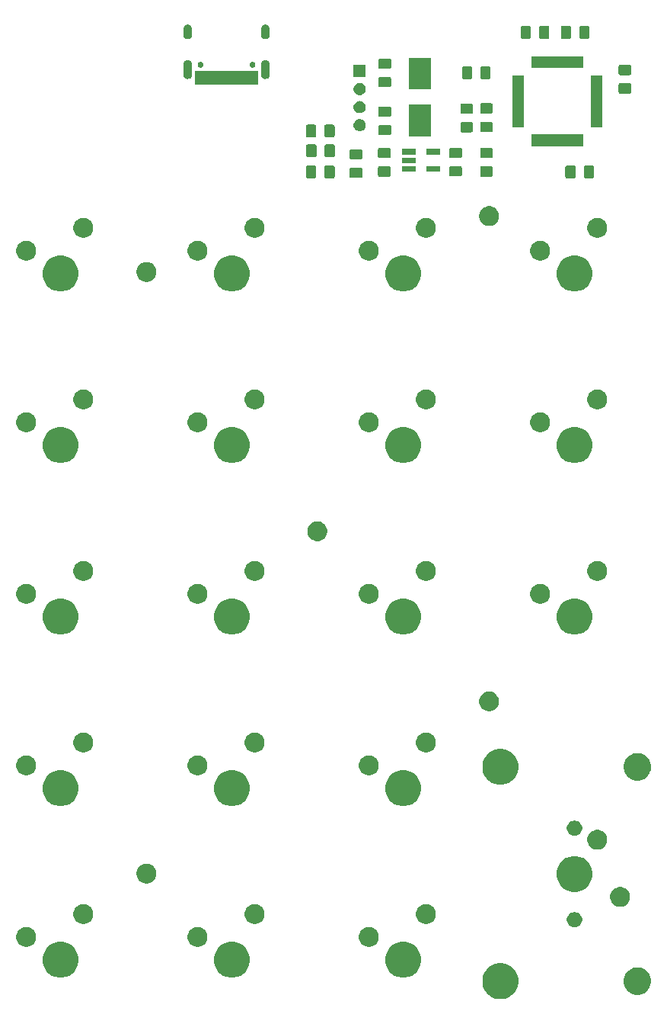
<source format=gbr>
G04 #@! TF.GenerationSoftware,KiCad,Pcbnew,5.0.1*
G04 #@! TF.CreationDate,2019-02-06T13:48:55+01:00*
G04 #@! TF.ProjectId,keypad,6B65797061642E6B696361645F706362,rev?*
G04 #@! TF.SameCoordinates,Original*
G04 #@! TF.FileFunction,Soldermask,Top*
G04 #@! TF.FilePolarity,Negative*
%FSLAX46Y46*%
G04 Gerber Fmt 4.6, Leading zero omitted, Abs format (unit mm)*
G04 Created by KiCad (PCBNEW 5.0.1) date Wed 06 Feb 2019 01:48:55 PM CET*
%MOMM*%
%LPD*%
G01*
G04 APERTURE LIST*
%ADD10C,0.100000*%
G04 APERTURE END LIST*
D10*
G36*
X167637128Y-141835609D02*
X168001104Y-141986372D01*
X168328679Y-142205251D01*
X168607249Y-142483821D01*
X168826128Y-142811396D01*
X168976891Y-143175372D01*
X169053750Y-143561766D01*
X169053750Y-143955734D01*
X168976891Y-144342128D01*
X168826128Y-144706104D01*
X168607249Y-145033679D01*
X168328679Y-145312249D01*
X168001104Y-145531128D01*
X167637128Y-145681891D01*
X167250734Y-145758750D01*
X166856766Y-145758750D01*
X166470372Y-145681891D01*
X166106396Y-145531128D01*
X165778821Y-145312249D01*
X165500251Y-145033679D01*
X165281372Y-144706104D01*
X165130609Y-144342128D01*
X165053750Y-143955734D01*
X165053750Y-143561766D01*
X165130609Y-143175372D01*
X165281372Y-142811396D01*
X165500251Y-142483821D01*
X165778821Y-142205251D01*
X166106396Y-141986372D01*
X166470372Y-141835609D01*
X166856766Y-141758750D01*
X167250734Y-141758750D01*
X167637128Y-141835609D01*
X167637128Y-141835609D01*
G37*
G36*
X182738573Y-142292354D02*
X182738575Y-142292355D01*
X182738576Y-142292355D01*
X183016108Y-142407312D01*
X183016109Y-142407313D01*
X183265884Y-142574207D01*
X183478293Y-142786616D01*
X183478295Y-142786619D01*
X183645188Y-143036392D01*
X183760145Y-143313924D01*
X183760146Y-143313927D01*
X183809444Y-143561766D01*
X183818750Y-143608551D01*
X183818750Y-143908949D01*
X183760145Y-144203576D01*
X183645188Y-144481108D01*
X183645187Y-144481109D01*
X183478293Y-144730884D01*
X183265884Y-144943293D01*
X183265881Y-144943295D01*
X183016108Y-145110188D01*
X182738576Y-145225145D01*
X182738575Y-145225145D01*
X182738573Y-145225146D01*
X182443951Y-145283750D01*
X182143549Y-145283750D01*
X181848927Y-145225146D01*
X181848925Y-145225145D01*
X181848924Y-145225145D01*
X181571392Y-145110188D01*
X181321619Y-144943295D01*
X181321616Y-144943293D01*
X181109207Y-144730884D01*
X180942313Y-144481109D01*
X180942312Y-144481108D01*
X180827355Y-144203576D01*
X180768750Y-143908949D01*
X180768750Y-143608551D01*
X180778056Y-143561766D01*
X180827354Y-143313927D01*
X180827355Y-143313924D01*
X180942312Y-143036392D01*
X181109205Y-142786619D01*
X181109207Y-142786616D01*
X181321616Y-142574207D01*
X181571391Y-142407313D01*
X181571392Y-142407312D01*
X181848924Y-142292355D01*
X181848925Y-142292355D01*
X181848927Y-142292354D01*
X182143549Y-142233750D01*
X182443951Y-142233750D01*
X182738573Y-142292354D01*
X182738573Y-142292354D01*
G37*
G36*
X137775128Y-139459609D02*
X138139104Y-139610372D01*
X138466679Y-139829251D01*
X138745249Y-140107821D01*
X138964128Y-140435396D01*
X139114891Y-140799372D01*
X139191750Y-141185766D01*
X139191750Y-141579734D01*
X139114891Y-141966128D01*
X138964128Y-142330104D01*
X138745249Y-142657679D01*
X138466679Y-142936249D01*
X138139104Y-143155128D01*
X137775128Y-143305891D01*
X137388734Y-143382750D01*
X136994766Y-143382750D01*
X136608372Y-143305891D01*
X136244396Y-143155128D01*
X135916821Y-142936249D01*
X135638251Y-142657679D01*
X135419372Y-142330104D01*
X135268609Y-141966128D01*
X135191750Y-141579734D01*
X135191750Y-141185766D01*
X135268609Y-140799372D01*
X135419372Y-140435396D01*
X135638251Y-140107821D01*
X135916821Y-139829251D01*
X136244396Y-139610372D01*
X136608372Y-139459609D01*
X136994766Y-139382750D01*
X137388734Y-139382750D01*
X137775128Y-139459609D01*
X137775128Y-139459609D01*
G37*
G36*
X118725128Y-139459609D02*
X119089104Y-139610372D01*
X119416679Y-139829251D01*
X119695249Y-140107821D01*
X119914128Y-140435396D01*
X120064891Y-140799372D01*
X120141750Y-141185766D01*
X120141750Y-141579734D01*
X120064891Y-141966128D01*
X119914128Y-142330104D01*
X119695249Y-142657679D01*
X119416679Y-142936249D01*
X119089104Y-143155128D01*
X118725128Y-143305891D01*
X118338734Y-143382750D01*
X117944766Y-143382750D01*
X117558372Y-143305891D01*
X117194396Y-143155128D01*
X116866821Y-142936249D01*
X116588251Y-142657679D01*
X116369372Y-142330104D01*
X116218609Y-141966128D01*
X116141750Y-141579734D01*
X116141750Y-141185766D01*
X116218609Y-140799372D01*
X116369372Y-140435396D01*
X116588251Y-140107821D01*
X116866821Y-139829251D01*
X117194396Y-139610372D01*
X117558372Y-139459609D01*
X117944766Y-139382750D01*
X118338734Y-139382750D01*
X118725128Y-139459609D01*
X118725128Y-139459609D01*
G37*
G36*
X156825128Y-139459609D02*
X157189104Y-139610372D01*
X157516679Y-139829251D01*
X157795249Y-140107821D01*
X158014128Y-140435396D01*
X158164891Y-140799372D01*
X158241750Y-141185766D01*
X158241750Y-141579734D01*
X158164891Y-141966128D01*
X158014128Y-142330104D01*
X157795249Y-142657679D01*
X157516679Y-142936249D01*
X157189104Y-143155128D01*
X156825128Y-143305891D01*
X156438734Y-143382750D01*
X156044766Y-143382750D01*
X155658372Y-143305891D01*
X155294396Y-143155128D01*
X154966821Y-142936249D01*
X154688251Y-142657679D01*
X154469372Y-142330104D01*
X154318609Y-141966128D01*
X154241750Y-141579734D01*
X154241750Y-141185766D01*
X154318609Y-140799372D01*
X154469372Y-140435396D01*
X154688251Y-140107821D01*
X154966821Y-139829251D01*
X155294396Y-139610372D01*
X155658372Y-139459609D01*
X156044766Y-139382750D01*
X156438734Y-139382750D01*
X156825128Y-139459609D01*
X156825128Y-139459609D01*
G37*
G36*
X152752607Y-137785022D02*
X152952792Y-137867941D01*
X153132963Y-137988328D01*
X153286172Y-138141537D01*
X153406559Y-138321708D01*
X153489478Y-138521893D01*
X153531750Y-138734408D01*
X153531750Y-138951092D01*
X153489478Y-139163607D01*
X153406559Y-139363792D01*
X153286172Y-139543963D01*
X153132963Y-139697172D01*
X152952792Y-139817559D01*
X152752607Y-139900478D01*
X152540092Y-139942750D01*
X152323408Y-139942750D01*
X152110893Y-139900478D01*
X151910708Y-139817559D01*
X151730537Y-139697172D01*
X151577328Y-139543963D01*
X151456941Y-139363792D01*
X151374022Y-139163607D01*
X151331750Y-138951092D01*
X151331750Y-138734408D01*
X151374022Y-138521893D01*
X151456941Y-138321708D01*
X151577328Y-138141537D01*
X151730537Y-137988328D01*
X151910708Y-137867941D01*
X152110893Y-137785022D01*
X152323408Y-137742750D01*
X152540092Y-137742750D01*
X152752607Y-137785022D01*
X152752607Y-137785022D01*
G37*
G36*
X133702607Y-137785022D02*
X133902792Y-137867941D01*
X134082963Y-137988328D01*
X134236172Y-138141537D01*
X134356559Y-138321708D01*
X134439478Y-138521893D01*
X134481750Y-138734408D01*
X134481750Y-138951092D01*
X134439478Y-139163607D01*
X134356559Y-139363792D01*
X134236172Y-139543963D01*
X134082963Y-139697172D01*
X133902792Y-139817559D01*
X133702607Y-139900478D01*
X133490092Y-139942750D01*
X133273408Y-139942750D01*
X133060893Y-139900478D01*
X132860708Y-139817559D01*
X132680537Y-139697172D01*
X132527328Y-139543963D01*
X132406941Y-139363792D01*
X132324022Y-139163607D01*
X132281750Y-138951092D01*
X132281750Y-138734408D01*
X132324022Y-138521893D01*
X132406941Y-138321708D01*
X132527328Y-138141537D01*
X132680537Y-137988328D01*
X132860708Y-137867941D01*
X133060893Y-137785022D01*
X133273408Y-137742750D01*
X133490092Y-137742750D01*
X133702607Y-137785022D01*
X133702607Y-137785022D01*
G37*
G36*
X114652607Y-137785022D02*
X114852792Y-137867941D01*
X115032963Y-137988328D01*
X115186172Y-138141537D01*
X115306559Y-138321708D01*
X115389478Y-138521893D01*
X115431750Y-138734408D01*
X115431750Y-138951092D01*
X115389478Y-139163607D01*
X115306559Y-139363792D01*
X115186172Y-139543963D01*
X115032963Y-139697172D01*
X114852792Y-139817559D01*
X114652607Y-139900478D01*
X114440092Y-139942750D01*
X114223408Y-139942750D01*
X114010893Y-139900478D01*
X113810708Y-139817559D01*
X113630537Y-139697172D01*
X113477328Y-139543963D01*
X113356941Y-139363792D01*
X113274022Y-139163607D01*
X113231750Y-138951092D01*
X113231750Y-138734408D01*
X113274022Y-138521893D01*
X113356941Y-138321708D01*
X113477328Y-138141537D01*
X113630537Y-137988328D01*
X113810708Y-137867941D01*
X114010893Y-137785022D01*
X114223408Y-137742750D01*
X114440092Y-137742750D01*
X114652607Y-137785022D01*
X114652607Y-137785022D01*
G37*
G36*
X175541684Y-136121414D02*
X175696377Y-136185490D01*
X175835597Y-136278514D01*
X175953986Y-136396903D01*
X176047010Y-136536123D01*
X176111086Y-136690816D01*
X176143750Y-136855031D01*
X176143750Y-137022469D01*
X176111086Y-137186684D01*
X176047010Y-137341377D01*
X175953986Y-137480597D01*
X175835597Y-137598986D01*
X175696377Y-137692010D01*
X175541684Y-137756086D01*
X175377469Y-137788750D01*
X175210031Y-137788750D01*
X175045816Y-137756086D01*
X174891123Y-137692010D01*
X174751903Y-137598986D01*
X174633514Y-137480597D01*
X174540490Y-137341377D01*
X174476414Y-137186684D01*
X174443750Y-137022469D01*
X174443750Y-136855031D01*
X174476414Y-136690816D01*
X174540490Y-136536123D01*
X174633514Y-136396903D01*
X174751903Y-136278514D01*
X174891123Y-136185490D01*
X175045816Y-136121414D01*
X175210031Y-136088750D01*
X175377469Y-136088750D01*
X175541684Y-136121414D01*
X175541684Y-136121414D01*
G37*
G36*
X140052607Y-135245022D02*
X140252792Y-135327941D01*
X140432963Y-135448328D01*
X140586172Y-135601537D01*
X140706559Y-135781708D01*
X140789478Y-135981893D01*
X140831750Y-136194408D01*
X140831750Y-136411092D01*
X140789478Y-136623607D01*
X140706559Y-136823792D01*
X140586172Y-137003963D01*
X140432963Y-137157172D01*
X140432960Y-137157174D01*
X140432959Y-137157175D01*
X140252795Y-137277557D01*
X140252792Y-137277559D01*
X140052607Y-137360478D01*
X139840092Y-137402750D01*
X139623408Y-137402750D01*
X139410893Y-137360478D01*
X139210708Y-137277559D01*
X139210705Y-137277557D01*
X139030541Y-137157175D01*
X139030540Y-137157174D01*
X139030537Y-137157172D01*
X138877328Y-137003963D01*
X138756941Y-136823792D01*
X138674022Y-136623607D01*
X138631750Y-136411092D01*
X138631750Y-136194408D01*
X138674022Y-135981893D01*
X138756941Y-135781708D01*
X138877328Y-135601537D01*
X139030537Y-135448328D01*
X139210708Y-135327941D01*
X139410893Y-135245022D01*
X139623408Y-135202750D01*
X139840092Y-135202750D01*
X140052607Y-135245022D01*
X140052607Y-135245022D01*
G37*
G36*
X159102607Y-135245022D02*
X159302792Y-135327941D01*
X159482963Y-135448328D01*
X159636172Y-135601537D01*
X159756559Y-135781708D01*
X159839478Y-135981893D01*
X159881750Y-136194408D01*
X159881750Y-136411092D01*
X159839478Y-136623607D01*
X159756559Y-136823792D01*
X159636172Y-137003963D01*
X159482963Y-137157172D01*
X159482960Y-137157174D01*
X159482959Y-137157175D01*
X159302795Y-137277557D01*
X159302792Y-137277559D01*
X159102607Y-137360478D01*
X158890092Y-137402750D01*
X158673408Y-137402750D01*
X158460893Y-137360478D01*
X158260708Y-137277559D01*
X158260705Y-137277557D01*
X158080541Y-137157175D01*
X158080540Y-137157174D01*
X158080537Y-137157172D01*
X157927328Y-137003963D01*
X157806941Y-136823792D01*
X157724022Y-136623607D01*
X157681750Y-136411092D01*
X157681750Y-136194408D01*
X157724022Y-135981893D01*
X157806941Y-135781708D01*
X157927328Y-135601537D01*
X158080537Y-135448328D01*
X158260708Y-135327941D01*
X158460893Y-135245022D01*
X158673408Y-135202750D01*
X158890092Y-135202750D01*
X159102607Y-135245022D01*
X159102607Y-135245022D01*
G37*
G36*
X121002607Y-135245022D02*
X121202792Y-135327941D01*
X121382963Y-135448328D01*
X121536172Y-135601537D01*
X121656559Y-135781708D01*
X121739478Y-135981893D01*
X121781750Y-136194408D01*
X121781750Y-136411092D01*
X121739478Y-136623607D01*
X121656559Y-136823792D01*
X121536172Y-137003963D01*
X121382963Y-137157172D01*
X121382960Y-137157174D01*
X121382959Y-137157175D01*
X121202795Y-137277557D01*
X121202792Y-137277559D01*
X121002607Y-137360478D01*
X120790092Y-137402750D01*
X120573408Y-137402750D01*
X120360893Y-137360478D01*
X120160708Y-137277559D01*
X120160705Y-137277557D01*
X119980541Y-137157175D01*
X119980540Y-137157174D01*
X119980537Y-137157172D01*
X119827328Y-137003963D01*
X119706941Y-136823792D01*
X119624022Y-136623607D01*
X119581750Y-136411092D01*
X119581750Y-136194408D01*
X119624022Y-135981893D01*
X119706941Y-135781708D01*
X119827328Y-135601537D01*
X119980537Y-135448328D01*
X120160708Y-135327941D01*
X120360893Y-135245022D01*
X120573408Y-135202750D01*
X120790092Y-135202750D01*
X121002607Y-135245022D01*
X121002607Y-135245022D01*
G37*
G36*
X180694607Y-133341022D02*
X180894792Y-133423941D01*
X181074963Y-133544328D01*
X181228172Y-133697537D01*
X181348559Y-133877708D01*
X181431478Y-134077893D01*
X181473750Y-134290408D01*
X181473750Y-134507092D01*
X181431478Y-134719607D01*
X181348559Y-134919792D01*
X181228172Y-135099963D01*
X181074963Y-135253172D01*
X180894792Y-135373559D01*
X180694607Y-135456478D01*
X180482092Y-135498750D01*
X180265408Y-135498750D01*
X180052893Y-135456478D01*
X179852708Y-135373559D01*
X179672537Y-135253172D01*
X179519328Y-135099963D01*
X179398941Y-134919792D01*
X179316022Y-134719607D01*
X179273750Y-134507092D01*
X179273750Y-134290408D01*
X179316022Y-134077893D01*
X179398941Y-133877708D01*
X179519328Y-133697537D01*
X179672537Y-133544328D01*
X179852708Y-133423941D01*
X180052893Y-133341022D01*
X180265408Y-133298750D01*
X180482092Y-133298750D01*
X180694607Y-133341022D01*
X180694607Y-133341022D01*
G37*
G36*
X175877128Y-129935609D02*
X176241104Y-130086372D01*
X176568679Y-130305251D01*
X176847249Y-130583821D01*
X177066128Y-130911396D01*
X177216891Y-131275372D01*
X177293750Y-131661766D01*
X177293750Y-132055734D01*
X177216891Y-132442128D01*
X177066128Y-132806104D01*
X176847249Y-133133679D01*
X176568679Y-133412249D01*
X176241104Y-133631128D01*
X175877128Y-133781891D01*
X175490734Y-133858750D01*
X175096766Y-133858750D01*
X174710372Y-133781891D01*
X174346396Y-133631128D01*
X174018821Y-133412249D01*
X173740251Y-133133679D01*
X173521372Y-132806104D01*
X173370609Y-132442128D01*
X173293750Y-132055734D01*
X173293750Y-131661766D01*
X173370609Y-131275372D01*
X173521372Y-130911396D01*
X173740251Y-130583821D01*
X174018821Y-130305251D01*
X174346396Y-130086372D01*
X174710372Y-129935609D01*
X175096766Y-129858750D01*
X175490734Y-129858750D01*
X175877128Y-129935609D01*
X175877128Y-129935609D01*
G37*
G36*
X128020857Y-130742272D02*
X128221042Y-130825191D01*
X128221045Y-130825193D01*
X128350057Y-130911396D01*
X128401213Y-130945578D01*
X128554422Y-131098787D01*
X128674809Y-131278958D01*
X128757728Y-131479143D01*
X128800000Y-131691658D01*
X128800000Y-131908342D01*
X128757728Y-132120857D01*
X128674809Y-132321042D01*
X128554422Y-132501213D01*
X128401213Y-132654422D01*
X128221042Y-132774809D01*
X128020857Y-132857728D01*
X127808342Y-132900000D01*
X127591658Y-132900000D01*
X127379143Y-132857728D01*
X127178958Y-132774809D01*
X126998787Y-132654422D01*
X126845578Y-132501213D01*
X126725191Y-132321042D01*
X126642272Y-132120857D01*
X126600000Y-131908342D01*
X126600000Y-131691658D01*
X126642272Y-131479143D01*
X126725191Y-131278958D01*
X126845578Y-131098787D01*
X126998787Y-130945578D01*
X127049944Y-130911396D01*
X127178955Y-130825193D01*
X127178958Y-130825191D01*
X127379143Y-130742272D01*
X127591658Y-130700000D01*
X127808342Y-130700000D01*
X128020857Y-130742272D01*
X128020857Y-130742272D01*
G37*
G36*
X178154607Y-126991022D02*
X178354792Y-127073941D01*
X178534963Y-127194328D01*
X178688172Y-127347537D01*
X178808559Y-127527708D01*
X178891478Y-127727893D01*
X178933750Y-127940408D01*
X178933750Y-128157092D01*
X178891478Y-128369607D01*
X178808559Y-128569792D01*
X178688172Y-128749963D01*
X178534963Y-128903172D01*
X178354792Y-129023559D01*
X178154607Y-129106478D01*
X177942092Y-129148750D01*
X177725408Y-129148750D01*
X177512893Y-129106478D01*
X177312708Y-129023559D01*
X177132537Y-128903172D01*
X176979328Y-128749963D01*
X176858941Y-128569792D01*
X176776022Y-128369607D01*
X176733750Y-128157092D01*
X176733750Y-127940408D01*
X176776022Y-127727893D01*
X176858941Y-127527708D01*
X176979328Y-127347537D01*
X177132537Y-127194328D01*
X177312708Y-127073941D01*
X177512893Y-126991022D01*
X177725408Y-126948750D01*
X177942092Y-126948750D01*
X178154607Y-126991022D01*
X178154607Y-126991022D01*
G37*
G36*
X175541684Y-125961414D02*
X175696377Y-126025490D01*
X175835597Y-126118514D01*
X175953986Y-126236903D01*
X176047010Y-126376123D01*
X176111086Y-126530816D01*
X176143750Y-126695031D01*
X176143750Y-126862469D01*
X176111086Y-127026684D01*
X176047010Y-127181377D01*
X175953986Y-127320597D01*
X175835597Y-127438986D01*
X175696377Y-127532010D01*
X175541684Y-127596086D01*
X175377469Y-127628750D01*
X175210031Y-127628750D01*
X175045816Y-127596086D01*
X174891123Y-127532010D01*
X174751903Y-127438986D01*
X174633514Y-127320597D01*
X174540490Y-127181377D01*
X174476414Y-127026684D01*
X174443750Y-126862469D01*
X174443750Y-126695031D01*
X174476414Y-126530816D01*
X174540490Y-126376123D01*
X174633514Y-126236903D01*
X174751903Y-126118514D01*
X174891123Y-126025490D01*
X175045816Y-125961414D01*
X175210031Y-125928750D01*
X175377469Y-125928750D01*
X175541684Y-125961414D01*
X175541684Y-125961414D01*
G37*
G36*
X156825128Y-120409609D02*
X157189104Y-120560372D01*
X157516679Y-120779251D01*
X157795249Y-121057821D01*
X158014128Y-121385396D01*
X158164891Y-121749372D01*
X158241750Y-122135766D01*
X158241750Y-122529734D01*
X158164891Y-122916128D01*
X158014128Y-123280104D01*
X157795249Y-123607679D01*
X157516679Y-123886249D01*
X157189104Y-124105128D01*
X156825128Y-124255891D01*
X156438734Y-124332750D01*
X156044766Y-124332750D01*
X155658372Y-124255891D01*
X155294396Y-124105128D01*
X154966821Y-123886249D01*
X154688251Y-123607679D01*
X154469372Y-123280104D01*
X154318609Y-122916128D01*
X154241750Y-122529734D01*
X154241750Y-122135766D01*
X154318609Y-121749372D01*
X154469372Y-121385396D01*
X154688251Y-121057821D01*
X154966821Y-120779251D01*
X155294396Y-120560372D01*
X155658372Y-120409609D01*
X156044766Y-120332750D01*
X156438734Y-120332750D01*
X156825128Y-120409609D01*
X156825128Y-120409609D01*
G37*
G36*
X118725128Y-120409609D02*
X119089104Y-120560372D01*
X119416679Y-120779251D01*
X119695249Y-121057821D01*
X119914128Y-121385396D01*
X120064891Y-121749372D01*
X120141750Y-122135766D01*
X120141750Y-122529734D01*
X120064891Y-122916128D01*
X119914128Y-123280104D01*
X119695249Y-123607679D01*
X119416679Y-123886249D01*
X119089104Y-124105128D01*
X118725128Y-124255891D01*
X118338734Y-124332750D01*
X117944766Y-124332750D01*
X117558372Y-124255891D01*
X117194396Y-124105128D01*
X116866821Y-123886249D01*
X116588251Y-123607679D01*
X116369372Y-123280104D01*
X116218609Y-122916128D01*
X116141750Y-122529734D01*
X116141750Y-122135766D01*
X116218609Y-121749372D01*
X116369372Y-121385396D01*
X116588251Y-121057821D01*
X116866821Y-120779251D01*
X117194396Y-120560372D01*
X117558372Y-120409609D01*
X117944766Y-120332750D01*
X118338734Y-120332750D01*
X118725128Y-120409609D01*
X118725128Y-120409609D01*
G37*
G36*
X137775128Y-120409609D02*
X138139104Y-120560372D01*
X138466679Y-120779251D01*
X138745249Y-121057821D01*
X138964128Y-121385396D01*
X139114891Y-121749372D01*
X139191750Y-122135766D01*
X139191750Y-122529734D01*
X139114891Y-122916128D01*
X138964128Y-123280104D01*
X138745249Y-123607679D01*
X138466679Y-123886249D01*
X138139104Y-124105128D01*
X137775128Y-124255891D01*
X137388734Y-124332750D01*
X136994766Y-124332750D01*
X136608372Y-124255891D01*
X136244396Y-124105128D01*
X135916821Y-123886249D01*
X135638251Y-123607679D01*
X135419372Y-123280104D01*
X135268609Y-122916128D01*
X135191750Y-122529734D01*
X135191750Y-122135766D01*
X135268609Y-121749372D01*
X135419372Y-121385396D01*
X135638251Y-121057821D01*
X135916821Y-120779251D01*
X136244396Y-120560372D01*
X136608372Y-120409609D01*
X136994766Y-120332750D01*
X137388734Y-120332750D01*
X137775128Y-120409609D01*
X137775128Y-120409609D01*
G37*
G36*
X167637128Y-118035609D02*
X168001104Y-118186372D01*
X168328679Y-118405251D01*
X168607249Y-118683821D01*
X168826128Y-119011396D01*
X168976891Y-119375372D01*
X169053750Y-119761766D01*
X169053750Y-120155734D01*
X168976891Y-120542128D01*
X168826128Y-120906104D01*
X168607249Y-121233679D01*
X168328679Y-121512249D01*
X168001104Y-121731128D01*
X167637128Y-121881891D01*
X167250734Y-121958750D01*
X166856766Y-121958750D01*
X166470372Y-121881891D01*
X166106396Y-121731128D01*
X165778821Y-121512249D01*
X165500251Y-121233679D01*
X165281372Y-120906104D01*
X165130609Y-120542128D01*
X165053750Y-120155734D01*
X165053750Y-119761766D01*
X165130609Y-119375372D01*
X165281372Y-119011396D01*
X165500251Y-118683821D01*
X165778821Y-118405251D01*
X166106396Y-118186372D01*
X166470372Y-118035609D01*
X166856766Y-117958750D01*
X167250734Y-117958750D01*
X167637128Y-118035609D01*
X167637128Y-118035609D01*
G37*
G36*
X182738573Y-118492354D02*
X182738575Y-118492355D01*
X182738576Y-118492355D01*
X183016108Y-118607312D01*
X183207241Y-118735023D01*
X183265884Y-118774207D01*
X183478293Y-118986616D01*
X183478295Y-118986619D01*
X183645188Y-119236392D01*
X183659815Y-119271705D01*
X183760146Y-119513927D01*
X183818750Y-119808549D01*
X183818750Y-120108951D01*
X183774234Y-120332750D01*
X183760145Y-120403576D01*
X183645188Y-120681108D01*
X183503773Y-120892750D01*
X183478293Y-120930884D01*
X183265884Y-121143293D01*
X183265881Y-121143295D01*
X183016108Y-121310188D01*
X182738576Y-121425145D01*
X182738575Y-121425145D01*
X182738573Y-121425146D01*
X182443951Y-121483750D01*
X182143549Y-121483750D01*
X181848927Y-121425146D01*
X181848925Y-121425145D01*
X181848924Y-121425145D01*
X181571392Y-121310188D01*
X181321619Y-121143295D01*
X181321616Y-121143293D01*
X181109207Y-120930884D01*
X181083727Y-120892750D01*
X180942312Y-120681108D01*
X180827355Y-120403576D01*
X180813267Y-120332750D01*
X180768750Y-120108951D01*
X180768750Y-119808549D01*
X180827354Y-119513927D01*
X180927685Y-119271705D01*
X180942312Y-119236392D01*
X181109205Y-118986619D01*
X181109207Y-118986616D01*
X181321616Y-118774207D01*
X181380259Y-118735023D01*
X181571392Y-118607312D01*
X181848924Y-118492355D01*
X181848925Y-118492355D01*
X181848927Y-118492354D01*
X182143549Y-118433750D01*
X182443951Y-118433750D01*
X182738573Y-118492354D01*
X182738573Y-118492354D01*
G37*
G36*
X114652607Y-118735022D02*
X114852792Y-118817941D01*
X115032963Y-118938328D01*
X115186172Y-119091537D01*
X115186174Y-119091540D01*
X115186175Y-119091541D01*
X115306557Y-119271705D01*
X115306559Y-119271708D01*
X115389478Y-119471893D01*
X115431750Y-119684408D01*
X115431750Y-119901092D01*
X115389478Y-120113607D01*
X115306559Y-120313792D01*
X115186172Y-120493963D01*
X115032963Y-120647172D01*
X115032960Y-120647174D01*
X115032959Y-120647175D01*
X114982173Y-120681109D01*
X114852792Y-120767559D01*
X114652607Y-120850478D01*
X114440092Y-120892750D01*
X114223408Y-120892750D01*
X114010893Y-120850478D01*
X113810708Y-120767559D01*
X113681327Y-120681109D01*
X113630541Y-120647175D01*
X113630540Y-120647174D01*
X113630537Y-120647172D01*
X113477328Y-120493963D01*
X113356941Y-120313792D01*
X113274022Y-120113607D01*
X113231750Y-119901092D01*
X113231750Y-119684408D01*
X113274022Y-119471893D01*
X113356941Y-119271708D01*
X113356943Y-119271705D01*
X113477325Y-119091541D01*
X113477326Y-119091540D01*
X113477328Y-119091537D01*
X113630537Y-118938328D01*
X113810708Y-118817941D01*
X114010893Y-118735022D01*
X114223408Y-118692750D01*
X114440092Y-118692750D01*
X114652607Y-118735022D01*
X114652607Y-118735022D01*
G37*
G36*
X152752607Y-118735022D02*
X152952792Y-118817941D01*
X153132963Y-118938328D01*
X153286172Y-119091537D01*
X153286174Y-119091540D01*
X153286175Y-119091541D01*
X153406557Y-119271705D01*
X153406559Y-119271708D01*
X153489478Y-119471893D01*
X153531750Y-119684408D01*
X153531750Y-119901092D01*
X153489478Y-120113607D01*
X153406559Y-120313792D01*
X153286172Y-120493963D01*
X153132963Y-120647172D01*
X153132960Y-120647174D01*
X153132959Y-120647175D01*
X153082173Y-120681109D01*
X152952792Y-120767559D01*
X152752607Y-120850478D01*
X152540092Y-120892750D01*
X152323408Y-120892750D01*
X152110893Y-120850478D01*
X151910708Y-120767559D01*
X151781327Y-120681109D01*
X151730541Y-120647175D01*
X151730540Y-120647174D01*
X151730537Y-120647172D01*
X151577328Y-120493963D01*
X151456941Y-120313792D01*
X151374022Y-120113607D01*
X151331750Y-119901092D01*
X151331750Y-119684408D01*
X151374022Y-119471893D01*
X151456941Y-119271708D01*
X151456943Y-119271705D01*
X151577325Y-119091541D01*
X151577326Y-119091540D01*
X151577328Y-119091537D01*
X151730537Y-118938328D01*
X151910708Y-118817941D01*
X152110893Y-118735022D01*
X152323408Y-118692750D01*
X152540092Y-118692750D01*
X152752607Y-118735022D01*
X152752607Y-118735022D01*
G37*
G36*
X133702607Y-118735022D02*
X133902792Y-118817941D01*
X134082963Y-118938328D01*
X134236172Y-119091537D01*
X134236174Y-119091540D01*
X134236175Y-119091541D01*
X134356557Y-119271705D01*
X134356559Y-119271708D01*
X134439478Y-119471893D01*
X134481750Y-119684408D01*
X134481750Y-119901092D01*
X134439478Y-120113607D01*
X134356559Y-120313792D01*
X134236172Y-120493963D01*
X134082963Y-120647172D01*
X134082960Y-120647174D01*
X134082959Y-120647175D01*
X134032173Y-120681109D01*
X133902792Y-120767559D01*
X133702607Y-120850478D01*
X133490092Y-120892750D01*
X133273408Y-120892750D01*
X133060893Y-120850478D01*
X132860708Y-120767559D01*
X132731327Y-120681109D01*
X132680541Y-120647175D01*
X132680540Y-120647174D01*
X132680537Y-120647172D01*
X132527328Y-120493963D01*
X132406941Y-120313792D01*
X132324022Y-120113607D01*
X132281750Y-119901092D01*
X132281750Y-119684408D01*
X132324022Y-119471893D01*
X132406941Y-119271708D01*
X132406943Y-119271705D01*
X132527325Y-119091541D01*
X132527326Y-119091540D01*
X132527328Y-119091537D01*
X132680537Y-118938328D01*
X132860708Y-118817941D01*
X133060893Y-118735022D01*
X133273408Y-118692750D01*
X133490092Y-118692750D01*
X133702607Y-118735022D01*
X133702607Y-118735022D01*
G37*
G36*
X121002607Y-116195022D02*
X121202792Y-116277941D01*
X121382963Y-116398328D01*
X121536172Y-116551537D01*
X121656559Y-116731708D01*
X121739478Y-116931893D01*
X121781750Y-117144408D01*
X121781750Y-117361092D01*
X121739478Y-117573607D01*
X121656559Y-117773792D01*
X121536172Y-117953963D01*
X121382963Y-118107172D01*
X121382960Y-118107174D01*
X121382959Y-118107175D01*
X121264431Y-118186373D01*
X121202792Y-118227559D01*
X121002607Y-118310478D01*
X120790092Y-118352750D01*
X120573408Y-118352750D01*
X120360893Y-118310478D01*
X120160708Y-118227559D01*
X120099069Y-118186373D01*
X119980541Y-118107175D01*
X119980540Y-118107174D01*
X119980537Y-118107172D01*
X119827328Y-117953963D01*
X119706941Y-117773792D01*
X119624022Y-117573607D01*
X119581750Y-117361092D01*
X119581750Y-117144408D01*
X119624022Y-116931893D01*
X119706941Y-116731708D01*
X119827328Y-116551537D01*
X119980537Y-116398328D01*
X120160708Y-116277941D01*
X120360893Y-116195022D01*
X120573408Y-116152750D01*
X120790092Y-116152750D01*
X121002607Y-116195022D01*
X121002607Y-116195022D01*
G37*
G36*
X140052607Y-116195022D02*
X140252792Y-116277941D01*
X140432963Y-116398328D01*
X140586172Y-116551537D01*
X140706559Y-116731708D01*
X140789478Y-116931893D01*
X140831750Y-117144408D01*
X140831750Y-117361092D01*
X140789478Y-117573607D01*
X140706559Y-117773792D01*
X140586172Y-117953963D01*
X140432963Y-118107172D01*
X140432960Y-118107174D01*
X140432959Y-118107175D01*
X140314431Y-118186373D01*
X140252792Y-118227559D01*
X140052607Y-118310478D01*
X139840092Y-118352750D01*
X139623408Y-118352750D01*
X139410893Y-118310478D01*
X139210708Y-118227559D01*
X139149069Y-118186373D01*
X139030541Y-118107175D01*
X139030540Y-118107174D01*
X139030537Y-118107172D01*
X138877328Y-117953963D01*
X138756941Y-117773792D01*
X138674022Y-117573607D01*
X138631750Y-117361092D01*
X138631750Y-117144408D01*
X138674022Y-116931893D01*
X138756941Y-116731708D01*
X138877328Y-116551537D01*
X139030537Y-116398328D01*
X139210708Y-116277941D01*
X139410893Y-116195022D01*
X139623408Y-116152750D01*
X139840092Y-116152750D01*
X140052607Y-116195022D01*
X140052607Y-116195022D01*
G37*
G36*
X159102607Y-116195022D02*
X159302792Y-116277941D01*
X159482963Y-116398328D01*
X159636172Y-116551537D01*
X159756559Y-116731708D01*
X159839478Y-116931893D01*
X159881750Y-117144408D01*
X159881750Y-117361092D01*
X159839478Y-117573607D01*
X159756559Y-117773792D01*
X159636172Y-117953963D01*
X159482963Y-118107172D01*
X159482960Y-118107174D01*
X159482959Y-118107175D01*
X159364431Y-118186373D01*
X159302792Y-118227559D01*
X159102607Y-118310478D01*
X158890092Y-118352750D01*
X158673408Y-118352750D01*
X158460893Y-118310478D01*
X158260708Y-118227559D01*
X158199069Y-118186373D01*
X158080541Y-118107175D01*
X158080540Y-118107174D01*
X158080537Y-118107172D01*
X157927328Y-117953963D01*
X157806941Y-117773792D01*
X157724022Y-117573607D01*
X157681750Y-117361092D01*
X157681750Y-117144408D01*
X157724022Y-116931893D01*
X157806941Y-116731708D01*
X157927328Y-116551537D01*
X158080537Y-116398328D01*
X158260708Y-116277941D01*
X158460893Y-116195022D01*
X158673408Y-116152750D01*
X158890092Y-116152750D01*
X159102607Y-116195022D01*
X159102607Y-116195022D01*
G37*
G36*
X166120857Y-111642272D02*
X166321042Y-111725191D01*
X166501213Y-111845578D01*
X166654422Y-111998787D01*
X166774809Y-112178958D01*
X166857728Y-112379143D01*
X166900000Y-112591658D01*
X166900000Y-112808342D01*
X166857728Y-113020857D01*
X166774809Y-113221042D01*
X166654422Y-113401213D01*
X166501213Y-113554422D01*
X166321042Y-113674809D01*
X166120857Y-113757728D01*
X165908342Y-113800000D01*
X165691658Y-113800000D01*
X165479143Y-113757728D01*
X165278958Y-113674809D01*
X165098787Y-113554422D01*
X164945578Y-113401213D01*
X164825191Y-113221042D01*
X164742272Y-113020857D01*
X164700000Y-112808342D01*
X164700000Y-112591658D01*
X164742272Y-112379143D01*
X164825191Y-112178958D01*
X164945578Y-111998787D01*
X165098787Y-111845578D01*
X165278958Y-111725191D01*
X165479143Y-111642272D01*
X165691658Y-111600000D01*
X165908342Y-111600000D01*
X166120857Y-111642272D01*
X166120857Y-111642272D01*
G37*
G36*
X137775128Y-101359609D02*
X138139104Y-101510372D01*
X138466679Y-101729251D01*
X138745249Y-102007821D01*
X138964128Y-102335396D01*
X139114891Y-102699372D01*
X139191750Y-103085766D01*
X139191750Y-103479734D01*
X139114891Y-103866128D01*
X138964128Y-104230104D01*
X138745249Y-104557679D01*
X138466679Y-104836249D01*
X138139104Y-105055128D01*
X137775128Y-105205891D01*
X137388734Y-105282750D01*
X136994766Y-105282750D01*
X136608372Y-105205891D01*
X136244396Y-105055128D01*
X135916821Y-104836249D01*
X135638251Y-104557679D01*
X135419372Y-104230104D01*
X135268609Y-103866128D01*
X135191750Y-103479734D01*
X135191750Y-103085766D01*
X135268609Y-102699372D01*
X135419372Y-102335396D01*
X135638251Y-102007821D01*
X135916821Y-101729251D01*
X136244396Y-101510372D01*
X136608372Y-101359609D01*
X136994766Y-101282750D01*
X137388734Y-101282750D01*
X137775128Y-101359609D01*
X137775128Y-101359609D01*
G37*
G36*
X156825128Y-101359609D02*
X157189104Y-101510372D01*
X157516679Y-101729251D01*
X157795249Y-102007821D01*
X158014128Y-102335396D01*
X158164891Y-102699372D01*
X158241750Y-103085766D01*
X158241750Y-103479734D01*
X158164891Y-103866128D01*
X158014128Y-104230104D01*
X157795249Y-104557679D01*
X157516679Y-104836249D01*
X157189104Y-105055128D01*
X156825128Y-105205891D01*
X156438734Y-105282750D01*
X156044766Y-105282750D01*
X155658372Y-105205891D01*
X155294396Y-105055128D01*
X154966821Y-104836249D01*
X154688251Y-104557679D01*
X154469372Y-104230104D01*
X154318609Y-103866128D01*
X154241750Y-103479734D01*
X154241750Y-103085766D01*
X154318609Y-102699372D01*
X154469372Y-102335396D01*
X154688251Y-102007821D01*
X154966821Y-101729251D01*
X155294396Y-101510372D01*
X155658372Y-101359609D01*
X156044766Y-101282750D01*
X156438734Y-101282750D01*
X156825128Y-101359609D01*
X156825128Y-101359609D01*
G37*
G36*
X118725128Y-101359609D02*
X119089104Y-101510372D01*
X119416679Y-101729251D01*
X119695249Y-102007821D01*
X119914128Y-102335396D01*
X120064891Y-102699372D01*
X120141750Y-103085766D01*
X120141750Y-103479734D01*
X120064891Y-103866128D01*
X119914128Y-104230104D01*
X119695249Y-104557679D01*
X119416679Y-104836249D01*
X119089104Y-105055128D01*
X118725128Y-105205891D01*
X118338734Y-105282750D01*
X117944766Y-105282750D01*
X117558372Y-105205891D01*
X117194396Y-105055128D01*
X116866821Y-104836249D01*
X116588251Y-104557679D01*
X116369372Y-104230104D01*
X116218609Y-103866128D01*
X116141750Y-103479734D01*
X116141750Y-103085766D01*
X116218609Y-102699372D01*
X116369372Y-102335396D01*
X116588251Y-102007821D01*
X116866821Y-101729251D01*
X117194396Y-101510372D01*
X117558372Y-101359609D01*
X117944766Y-101282750D01*
X118338734Y-101282750D01*
X118725128Y-101359609D01*
X118725128Y-101359609D01*
G37*
G36*
X175875128Y-101359609D02*
X176239104Y-101510372D01*
X176566679Y-101729251D01*
X176845249Y-102007821D01*
X177064128Y-102335396D01*
X177214891Y-102699372D01*
X177291750Y-103085766D01*
X177291750Y-103479734D01*
X177214891Y-103866128D01*
X177064128Y-104230104D01*
X176845249Y-104557679D01*
X176566679Y-104836249D01*
X176239104Y-105055128D01*
X175875128Y-105205891D01*
X175488734Y-105282750D01*
X175094766Y-105282750D01*
X174708372Y-105205891D01*
X174344396Y-105055128D01*
X174016821Y-104836249D01*
X173738251Y-104557679D01*
X173519372Y-104230104D01*
X173368609Y-103866128D01*
X173291750Y-103479734D01*
X173291750Y-103085766D01*
X173368609Y-102699372D01*
X173519372Y-102335396D01*
X173738251Y-102007821D01*
X174016821Y-101729251D01*
X174344396Y-101510372D01*
X174708372Y-101359609D01*
X175094766Y-101282750D01*
X175488734Y-101282750D01*
X175875128Y-101359609D01*
X175875128Y-101359609D01*
G37*
G36*
X171802607Y-99685022D02*
X172002792Y-99767941D01*
X172182963Y-99888328D01*
X172336172Y-100041537D01*
X172456559Y-100221708D01*
X172539478Y-100421893D01*
X172581750Y-100634408D01*
X172581750Y-100851092D01*
X172539478Y-101063607D01*
X172456559Y-101263792D01*
X172336172Y-101443963D01*
X172182963Y-101597172D01*
X172002792Y-101717559D01*
X171802607Y-101800478D01*
X171590092Y-101842750D01*
X171373408Y-101842750D01*
X171160893Y-101800478D01*
X170960708Y-101717559D01*
X170780537Y-101597172D01*
X170627328Y-101443963D01*
X170506941Y-101263792D01*
X170424022Y-101063607D01*
X170381750Y-100851092D01*
X170381750Y-100634408D01*
X170424022Y-100421893D01*
X170506941Y-100221708D01*
X170627328Y-100041537D01*
X170780537Y-99888328D01*
X170960708Y-99767941D01*
X171160893Y-99685022D01*
X171373408Y-99642750D01*
X171590092Y-99642750D01*
X171802607Y-99685022D01*
X171802607Y-99685022D01*
G37*
G36*
X114652607Y-99685022D02*
X114852792Y-99767941D01*
X115032963Y-99888328D01*
X115186172Y-100041537D01*
X115306559Y-100221708D01*
X115389478Y-100421893D01*
X115431750Y-100634408D01*
X115431750Y-100851092D01*
X115389478Y-101063607D01*
X115306559Y-101263792D01*
X115186172Y-101443963D01*
X115032963Y-101597172D01*
X114852792Y-101717559D01*
X114652607Y-101800478D01*
X114440092Y-101842750D01*
X114223408Y-101842750D01*
X114010893Y-101800478D01*
X113810708Y-101717559D01*
X113630537Y-101597172D01*
X113477328Y-101443963D01*
X113356941Y-101263792D01*
X113274022Y-101063607D01*
X113231750Y-100851092D01*
X113231750Y-100634408D01*
X113274022Y-100421893D01*
X113356941Y-100221708D01*
X113477328Y-100041537D01*
X113630537Y-99888328D01*
X113810708Y-99767941D01*
X114010893Y-99685022D01*
X114223408Y-99642750D01*
X114440092Y-99642750D01*
X114652607Y-99685022D01*
X114652607Y-99685022D01*
G37*
G36*
X133702607Y-99685022D02*
X133902792Y-99767941D01*
X134082963Y-99888328D01*
X134236172Y-100041537D01*
X134356559Y-100221708D01*
X134439478Y-100421893D01*
X134481750Y-100634408D01*
X134481750Y-100851092D01*
X134439478Y-101063607D01*
X134356559Y-101263792D01*
X134236172Y-101443963D01*
X134082963Y-101597172D01*
X133902792Y-101717559D01*
X133702607Y-101800478D01*
X133490092Y-101842750D01*
X133273408Y-101842750D01*
X133060893Y-101800478D01*
X132860708Y-101717559D01*
X132680537Y-101597172D01*
X132527328Y-101443963D01*
X132406941Y-101263792D01*
X132324022Y-101063607D01*
X132281750Y-100851092D01*
X132281750Y-100634408D01*
X132324022Y-100421893D01*
X132406941Y-100221708D01*
X132527328Y-100041537D01*
X132680537Y-99888328D01*
X132860708Y-99767941D01*
X133060893Y-99685022D01*
X133273408Y-99642750D01*
X133490092Y-99642750D01*
X133702607Y-99685022D01*
X133702607Y-99685022D01*
G37*
G36*
X152752607Y-99685022D02*
X152952792Y-99767941D01*
X153132963Y-99888328D01*
X153286172Y-100041537D01*
X153406559Y-100221708D01*
X153489478Y-100421893D01*
X153531750Y-100634408D01*
X153531750Y-100851092D01*
X153489478Y-101063607D01*
X153406559Y-101263792D01*
X153286172Y-101443963D01*
X153132963Y-101597172D01*
X152952792Y-101717559D01*
X152752607Y-101800478D01*
X152540092Y-101842750D01*
X152323408Y-101842750D01*
X152110893Y-101800478D01*
X151910708Y-101717559D01*
X151730537Y-101597172D01*
X151577328Y-101443963D01*
X151456941Y-101263792D01*
X151374022Y-101063607D01*
X151331750Y-100851092D01*
X151331750Y-100634408D01*
X151374022Y-100421893D01*
X151456941Y-100221708D01*
X151577328Y-100041537D01*
X151730537Y-99888328D01*
X151910708Y-99767941D01*
X152110893Y-99685022D01*
X152323408Y-99642750D01*
X152540092Y-99642750D01*
X152752607Y-99685022D01*
X152752607Y-99685022D01*
G37*
G36*
X140052607Y-97145022D02*
X140252792Y-97227941D01*
X140432963Y-97348328D01*
X140586172Y-97501537D01*
X140706559Y-97681708D01*
X140789478Y-97881893D01*
X140831750Y-98094408D01*
X140831750Y-98311092D01*
X140789478Y-98523607D01*
X140706559Y-98723792D01*
X140586172Y-98903963D01*
X140432963Y-99057172D01*
X140252792Y-99177559D01*
X140052607Y-99260478D01*
X139840092Y-99302750D01*
X139623408Y-99302750D01*
X139410893Y-99260478D01*
X139210708Y-99177559D01*
X139030537Y-99057172D01*
X138877328Y-98903963D01*
X138756941Y-98723792D01*
X138674022Y-98523607D01*
X138631750Y-98311092D01*
X138631750Y-98094408D01*
X138674022Y-97881893D01*
X138756941Y-97681708D01*
X138877328Y-97501537D01*
X139030537Y-97348328D01*
X139210708Y-97227941D01*
X139410893Y-97145022D01*
X139623408Y-97102750D01*
X139840092Y-97102750D01*
X140052607Y-97145022D01*
X140052607Y-97145022D01*
G37*
G36*
X121002607Y-97145022D02*
X121202792Y-97227941D01*
X121382963Y-97348328D01*
X121536172Y-97501537D01*
X121656559Y-97681708D01*
X121739478Y-97881893D01*
X121781750Y-98094408D01*
X121781750Y-98311092D01*
X121739478Y-98523607D01*
X121656559Y-98723792D01*
X121536172Y-98903963D01*
X121382963Y-99057172D01*
X121202792Y-99177559D01*
X121002607Y-99260478D01*
X120790092Y-99302750D01*
X120573408Y-99302750D01*
X120360893Y-99260478D01*
X120160708Y-99177559D01*
X119980537Y-99057172D01*
X119827328Y-98903963D01*
X119706941Y-98723792D01*
X119624022Y-98523607D01*
X119581750Y-98311092D01*
X119581750Y-98094408D01*
X119624022Y-97881893D01*
X119706941Y-97681708D01*
X119827328Y-97501537D01*
X119980537Y-97348328D01*
X120160708Y-97227941D01*
X120360893Y-97145022D01*
X120573408Y-97102750D01*
X120790092Y-97102750D01*
X121002607Y-97145022D01*
X121002607Y-97145022D01*
G37*
G36*
X159102607Y-97145022D02*
X159302792Y-97227941D01*
X159482963Y-97348328D01*
X159636172Y-97501537D01*
X159756559Y-97681708D01*
X159839478Y-97881893D01*
X159881750Y-98094408D01*
X159881750Y-98311092D01*
X159839478Y-98523607D01*
X159756559Y-98723792D01*
X159636172Y-98903963D01*
X159482963Y-99057172D01*
X159302792Y-99177559D01*
X159102607Y-99260478D01*
X158890092Y-99302750D01*
X158673408Y-99302750D01*
X158460893Y-99260478D01*
X158260708Y-99177559D01*
X158080537Y-99057172D01*
X157927328Y-98903963D01*
X157806941Y-98723792D01*
X157724022Y-98523607D01*
X157681750Y-98311092D01*
X157681750Y-98094408D01*
X157724022Y-97881893D01*
X157806941Y-97681708D01*
X157927328Y-97501537D01*
X158080537Y-97348328D01*
X158260708Y-97227941D01*
X158460893Y-97145022D01*
X158673408Y-97102750D01*
X158890092Y-97102750D01*
X159102607Y-97145022D01*
X159102607Y-97145022D01*
G37*
G36*
X178152607Y-97145022D02*
X178352792Y-97227941D01*
X178532963Y-97348328D01*
X178686172Y-97501537D01*
X178806559Y-97681708D01*
X178889478Y-97881893D01*
X178931750Y-98094408D01*
X178931750Y-98311092D01*
X178889478Y-98523607D01*
X178806559Y-98723792D01*
X178686172Y-98903963D01*
X178532963Y-99057172D01*
X178352792Y-99177559D01*
X178152607Y-99260478D01*
X177940092Y-99302750D01*
X177723408Y-99302750D01*
X177510893Y-99260478D01*
X177310708Y-99177559D01*
X177130537Y-99057172D01*
X176977328Y-98903963D01*
X176856941Y-98723792D01*
X176774022Y-98523607D01*
X176731750Y-98311092D01*
X176731750Y-98094408D01*
X176774022Y-97881893D01*
X176856941Y-97681708D01*
X176977328Y-97501537D01*
X177130537Y-97348328D01*
X177310708Y-97227941D01*
X177510893Y-97145022D01*
X177723408Y-97102750D01*
X177940092Y-97102750D01*
X178152607Y-97145022D01*
X178152607Y-97145022D01*
G37*
G36*
X147020857Y-92742272D02*
X147221042Y-92825191D01*
X147401213Y-92945578D01*
X147554422Y-93098787D01*
X147674809Y-93278958D01*
X147757728Y-93479143D01*
X147800000Y-93691658D01*
X147800000Y-93908342D01*
X147757728Y-94120857D01*
X147674809Y-94321042D01*
X147554422Y-94501213D01*
X147401213Y-94654422D01*
X147221042Y-94774809D01*
X147020857Y-94857728D01*
X146808342Y-94900000D01*
X146591658Y-94900000D01*
X146379143Y-94857728D01*
X146178958Y-94774809D01*
X145998787Y-94654422D01*
X145845578Y-94501213D01*
X145725191Y-94321042D01*
X145642272Y-94120857D01*
X145600000Y-93908342D01*
X145600000Y-93691658D01*
X145642272Y-93479143D01*
X145725191Y-93278958D01*
X145845578Y-93098787D01*
X145998787Y-92945578D01*
X146178958Y-92825191D01*
X146379143Y-92742272D01*
X146591658Y-92700000D01*
X146808342Y-92700000D01*
X147020857Y-92742272D01*
X147020857Y-92742272D01*
G37*
G36*
X118725128Y-82309609D02*
X119089104Y-82460372D01*
X119416679Y-82679251D01*
X119695249Y-82957821D01*
X119914128Y-83285396D01*
X120064891Y-83649372D01*
X120141750Y-84035766D01*
X120141750Y-84429734D01*
X120064891Y-84816128D01*
X119914128Y-85180104D01*
X119695249Y-85507679D01*
X119416679Y-85786249D01*
X119089104Y-86005128D01*
X118725128Y-86155891D01*
X118338734Y-86232750D01*
X117944766Y-86232750D01*
X117558372Y-86155891D01*
X117194396Y-86005128D01*
X116866821Y-85786249D01*
X116588251Y-85507679D01*
X116369372Y-85180104D01*
X116218609Y-84816128D01*
X116141750Y-84429734D01*
X116141750Y-84035766D01*
X116218609Y-83649372D01*
X116369372Y-83285396D01*
X116588251Y-82957821D01*
X116866821Y-82679251D01*
X117194396Y-82460372D01*
X117558372Y-82309609D01*
X117944766Y-82232750D01*
X118338734Y-82232750D01*
X118725128Y-82309609D01*
X118725128Y-82309609D01*
G37*
G36*
X137775128Y-82309609D02*
X138139104Y-82460372D01*
X138466679Y-82679251D01*
X138745249Y-82957821D01*
X138964128Y-83285396D01*
X139114891Y-83649372D01*
X139191750Y-84035766D01*
X139191750Y-84429734D01*
X139114891Y-84816128D01*
X138964128Y-85180104D01*
X138745249Y-85507679D01*
X138466679Y-85786249D01*
X138139104Y-86005128D01*
X137775128Y-86155891D01*
X137388734Y-86232750D01*
X136994766Y-86232750D01*
X136608372Y-86155891D01*
X136244396Y-86005128D01*
X135916821Y-85786249D01*
X135638251Y-85507679D01*
X135419372Y-85180104D01*
X135268609Y-84816128D01*
X135191750Y-84429734D01*
X135191750Y-84035766D01*
X135268609Y-83649372D01*
X135419372Y-83285396D01*
X135638251Y-82957821D01*
X135916821Y-82679251D01*
X136244396Y-82460372D01*
X136608372Y-82309609D01*
X136994766Y-82232750D01*
X137388734Y-82232750D01*
X137775128Y-82309609D01*
X137775128Y-82309609D01*
G37*
G36*
X156825128Y-82309609D02*
X157189104Y-82460372D01*
X157516679Y-82679251D01*
X157795249Y-82957821D01*
X158014128Y-83285396D01*
X158164891Y-83649372D01*
X158241750Y-84035766D01*
X158241750Y-84429734D01*
X158164891Y-84816128D01*
X158014128Y-85180104D01*
X157795249Y-85507679D01*
X157516679Y-85786249D01*
X157189104Y-86005128D01*
X156825128Y-86155891D01*
X156438734Y-86232750D01*
X156044766Y-86232750D01*
X155658372Y-86155891D01*
X155294396Y-86005128D01*
X154966821Y-85786249D01*
X154688251Y-85507679D01*
X154469372Y-85180104D01*
X154318609Y-84816128D01*
X154241750Y-84429734D01*
X154241750Y-84035766D01*
X154318609Y-83649372D01*
X154469372Y-83285396D01*
X154688251Y-82957821D01*
X154966821Y-82679251D01*
X155294396Y-82460372D01*
X155658372Y-82309609D01*
X156044766Y-82232750D01*
X156438734Y-82232750D01*
X156825128Y-82309609D01*
X156825128Y-82309609D01*
G37*
G36*
X175875128Y-82309609D02*
X176239104Y-82460372D01*
X176566679Y-82679251D01*
X176845249Y-82957821D01*
X177064128Y-83285396D01*
X177214891Y-83649372D01*
X177291750Y-84035766D01*
X177291750Y-84429734D01*
X177214891Y-84816128D01*
X177064128Y-85180104D01*
X176845249Y-85507679D01*
X176566679Y-85786249D01*
X176239104Y-86005128D01*
X175875128Y-86155891D01*
X175488734Y-86232750D01*
X175094766Y-86232750D01*
X174708372Y-86155891D01*
X174344396Y-86005128D01*
X174016821Y-85786249D01*
X173738251Y-85507679D01*
X173519372Y-85180104D01*
X173368609Y-84816128D01*
X173291750Y-84429734D01*
X173291750Y-84035766D01*
X173368609Y-83649372D01*
X173519372Y-83285396D01*
X173738251Y-82957821D01*
X174016821Y-82679251D01*
X174344396Y-82460372D01*
X174708372Y-82309609D01*
X175094766Y-82232750D01*
X175488734Y-82232750D01*
X175875128Y-82309609D01*
X175875128Y-82309609D01*
G37*
G36*
X171802607Y-80635022D02*
X172002792Y-80717941D01*
X172182963Y-80838328D01*
X172336172Y-80991537D01*
X172456559Y-81171708D01*
X172539478Y-81371893D01*
X172581750Y-81584408D01*
X172581750Y-81801092D01*
X172539478Y-82013607D01*
X172456559Y-82213792D01*
X172336172Y-82393963D01*
X172182963Y-82547172D01*
X172002792Y-82667559D01*
X171802607Y-82750478D01*
X171590092Y-82792750D01*
X171373408Y-82792750D01*
X171160893Y-82750478D01*
X170960708Y-82667559D01*
X170780537Y-82547172D01*
X170627328Y-82393963D01*
X170506941Y-82213792D01*
X170424022Y-82013607D01*
X170381750Y-81801092D01*
X170381750Y-81584408D01*
X170424022Y-81371893D01*
X170506941Y-81171708D01*
X170627328Y-80991537D01*
X170780537Y-80838328D01*
X170960708Y-80717941D01*
X171160893Y-80635022D01*
X171373408Y-80592750D01*
X171590092Y-80592750D01*
X171802607Y-80635022D01*
X171802607Y-80635022D01*
G37*
G36*
X152752607Y-80635022D02*
X152952792Y-80717941D01*
X153132963Y-80838328D01*
X153286172Y-80991537D01*
X153406559Y-81171708D01*
X153489478Y-81371893D01*
X153531750Y-81584408D01*
X153531750Y-81801092D01*
X153489478Y-82013607D01*
X153406559Y-82213792D01*
X153286172Y-82393963D01*
X153132963Y-82547172D01*
X152952792Y-82667559D01*
X152752607Y-82750478D01*
X152540092Y-82792750D01*
X152323408Y-82792750D01*
X152110893Y-82750478D01*
X151910708Y-82667559D01*
X151730537Y-82547172D01*
X151577328Y-82393963D01*
X151456941Y-82213792D01*
X151374022Y-82013607D01*
X151331750Y-81801092D01*
X151331750Y-81584408D01*
X151374022Y-81371893D01*
X151456941Y-81171708D01*
X151577328Y-80991537D01*
X151730537Y-80838328D01*
X151910708Y-80717941D01*
X152110893Y-80635022D01*
X152323408Y-80592750D01*
X152540092Y-80592750D01*
X152752607Y-80635022D01*
X152752607Y-80635022D01*
G37*
G36*
X133702607Y-80635022D02*
X133902792Y-80717941D01*
X134082963Y-80838328D01*
X134236172Y-80991537D01*
X134356559Y-81171708D01*
X134439478Y-81371893D01*
X134481750Y-81584408D01*
X134481750Y-81801092D01*
X134439478Y-82013607D01*
X134356559Y-82213792D01*
X134236172Y-82393963D01*
X134082963Y-82547172D01*
X133902792Y-82667559D01*
X133702607Y-82750478D01*
X133490092Y-82792750D01*
X133273408Y-82792750D01*
X133060893Y-82750478D01*
X132860708Y-82667559D01*
X132680537Y-82547172D01*
X132527328Y-82393963D01*
X132406941Y-82213792D01*
X132324022Y-82013607D01*
X132281750Y-81801092D01*
X132281750Y-81584408D01*
X132324022Y-81371893D01*
X132406941Y-81171708D01*
X132527328Y-80991537D01*
X132680537Y-80838328D01*
X132860708Y-80717941D01*
X133060893Y-80635022D01*
X133273408Y-80592750D01*
X133490092Y-80592750D01*
X133702607Y-80635022D01*
X133702607Y-80635022D01*
G37*
G36*
X114652607Y-80635022D02*
X114852792Y-80717941D01*
X115032963Y-80838328D01*
X115186172Y-80991537D01*
X115306559Y-81171708D01*
X115389478Y-81371893D01*
X115431750Y-81584408D01*
X115431750Y-81801092D01*
X115389478Y-82013607D01*
X115306559Y-82213792D01*
X115186172Y-82393963D01*
X115032963Y-82547172D01*
X114852792Y-82667559D01*
X114652607Y-82750478D01*
X114440092Y-82792750D01*
X114223408Y-82792750D01*
X114010893Y-82750478D01*
X113810708Y-82667559D01*
X113630537Y-82547172D01*
X113477328Y-82393963D01*
X113356941Y-82213792D01*
X113274022Y-82013607D01*
X113231750Y-81801092D01*
X113231750Y-81584408D01*
X113274022Y-81371893D01*
X113356941Y-81171708D01*
X113477328Y-80991537D01*
X113630537Y-80838328D01*
X113810708Y-80717941D01*
X114010893Y-80635022D01*
X114223408Y-80592750D01*
X114440092Y-80592750D01*
X114652607Y-80635022D01*
X114652607Y-80635022D01*
G37*
G36*
X121002607Y-78095022D02*
X121202792Y-78177941D01*
X121382963Y-78298328D01*
X121536172Y-78451537D01*
X121656559Y-78631708D01*
X121739478Y-78831893D01*
X121781750Y-79044408D01*
X121781750Y-79261092D01*
X121739478Y-79473607D01*
X121656559Y-79673792D01*
X121536172Y-79853963D01*
X121382963Y-80007172D01*
X121202792Y-80127559D01*
X121002607Y-80210478D01*
X120790092Y-80252750D01*
X120573408Y-80252750D01*
X120360893Y-80210478D01*
X120160708Y-80127559D01*
X119980537Y-80007172D01*
X119827328Y-79853963D01*
X119706941Y-79673792D01*
X119624022Y-79473607D01*
X119581750Y-79261092D01*
X119581750Y-79044408D01*
X119624022Y-78831893D01*
X119706941Y-78631708D01*
X119827328Y-78451537D01*
X119980537Y-78298328D01*
X120160708Y-78177941D01*
X120360893Y-78095022D01*
X120573408Y-78052750D01*
X120790092Y-78052750D01*
X121002607Y-78095022D01*
X121002607Y-78095022D01*
G37*
G36*
X140052607Y-78095022D02*
X140252792Y-78177941D01*
X140432963Y-78298328D01*
X140586172Y-78451537D01*
X140706559Y-78631708D01*
X140789478Y-78831893D01*
X140831750Y-79044408D01*
X140831750Y-79261092D01*
X140789478Y-79473607D01*
X140706559Y-79673792D01*
X140586172Y-79853963D01*
X140432963Y-80007172D01*
X140252792Y-80127559D01*
X140052607Y-80210478D01*
X139840092Y-80252750D01*
X139623408Y-80252750D01*
X139410893Y-80210478D01*
X139210708Y-80127559D01*
X139030537Y-80007172D01*
X138877328Y-79853963D01*
X138756941Y-79673792D01*
X138674022Y-79473607D01*
X138631750Y-79261092D01*
X138631750Y-79044408D01*
X138674022Y-78831893D01*
X138756941Y-78631708D01*
X138877328Y-78451537D01*
X139030537Y-78298328D01*
X139210708Y-78177941D01*
X139410893Y-78095022D01*
X139623408Y-78052750D01*
X139840092Y-78052750D01*
X140052607Y-78095022D01*
X140052607Y-78095022D01*
G37*
G36*
X178152607Y-78095022D02*
X178352792Y-78177941D01*
X178532963Y-78298328D01*
X178686172Y-78451537D01*
X178806559Y-78631708D01*
X178889478Y-78831893D01*
X178931750Y-79044408D01*
X178931750Y-79261092D01*
X178889478Y-79473607D01*
X178806559Y-79673792D01*
X178686172Y-79853963D01*
X178532963Y-80007172D01*
X178352792Y-80127559D01*
X178152607Y-80210478D01*
X177940092Y-80252750D01*
X177723408Y-80252750D01*
X177510893Y-80210478D01*
X177310708Y-80127559D01*
X177130537Y-80007172D01*
X176977328Y-79853963D01*
X176856941Y-79673792D01*
X176774022Y-79473607D01*
X176731750Y-79261092D01*
X176731750Y-79044408D01*
X176774022Y-78831893D01*
X176856941Y-78631708D01*
X176977328Y-78451537D01*
X177130537Y-78298328D01*
X177310708Y-78177941D01*
X177510893Y-78095022D01*
X177723408Y-78052750D01*
X177940092Y-78052750D01*
X178152607Y-78095022D01*
X178152607Y-78095022D01*
G37*
G36*
X159102607Y-78095022D02*
X159302792Y-78177941D01*
X159482963Y-78298328D01*
X159636172Y-78451537D01*
X159756559Y-78631708D01*
X159839478Y-78831893D01*
X159881750Y-79044408D01*
X159881750Y-79261092D01*
X159839478Y-79473607D01*
X159756559Y-79673792D01*
X159636172Y-79853963D01*
X159482963Y-80007172D01*
X159302792Y-80127559D01*
X159102607Y-80210478D01*
X158890092Y-80252750D01*
X158673408Y-80252750D01*
X158460893Y-80210478D01*
X158260708Y-80127559D01*
X158080537Y-80007172D01*
X157927328Y-79853963D01*
X157806941Y-79673792D01*
X157724022Y-79473607D01*
X157681750Y-79261092D01*
X157681750Y-79044408D01*
X157724022Y-78831893D01*
X157806941Y-78631708D01*
X157927328Y-78451537D01*
X158080537Y-78298328D01*
X158260708Y-78177941D01*
X158460893Y-78095022D01*
X158673408Y-78052750D01*
X158890092Y-78052750D01*
X159102607Y-78095022D01*
X159102607Y-78095022D01*
G37*
G36*
X118725128Y-63259609D02*
X119089104Y-63410372D01*
X119416679Y-63629251D01*
X119695249Y-63907821D01*
X119914128Y-64235396D01*
X120064891Y-64599372D01*
X120141750Y-64985766D01*
X120141750Y-65379734D01*
X120064891Y-65766128D01*
X119914128Y-66130104D01*
X119695249Y-66457679D01*
X119416679Y-66736249D01*
X119089104Y-66955128D01*
X118725128Y-67105891D01*
X118338734Y-67182750D01*
X117944766Y-67182750D01*
X117558372Y-67105891D01*
X117194396Y-66955128D01*
X116866821Y-66736249D01*
X116588251Y-66457679D01*
X116369372Y-66130104D01*
X116218609Y-65766128D01*
X116141750Y-65379734D01*
X116141750Y-64985766D01*
X116218609Y-64599372D01*
X116369372Y-64235396D01*
X116588251Y-63907821D01*
X116866821Y-63629251D01*
X117194396Y-63410372D01*
X117558372Y-63259609D01*
X117944766Y-63182750D01*
X118338734Y-63182750D01*
X118725128Y-63259609D01*
X118725128Y-63259609D01*
G37*
G36*
X137775128Y-63259609D02*
X138139104Y-63410372D01*
X138466679Y-63629251D01*
X138745249Y-63907821D01*
X138964128Y-64235396D01*
X139114891Y-64599372D01*
X139191750Y-64985766D01*
X139191750Y-65379734D01*
X139114891Y-65766128D01*
X138964128Y-66130104D01*
X138745249Y-66457679D01*
X138466679Y-66736249D01*
X138139104Y-66955128D01*
X137775128Y-67105891D01*
X137388734Y-67182750D01*
X136994766Y-67182750D01*
X136608372Y-67105891D01*
X136244396Y-66955128D01*
X135916821Y-66736249D01*
X135638251Y-66457679D01*
X135419372Y-66130104D01*
X135268609Y-65766128D01*
X135191750Y-65379734D01*
X135191750Y-64985766D01*
X135268609Y-64599372D01*
X135419372Y-64235396D01*
X135638251Y-63907821D01*
X135916821Y-63629251D01*
X136244396Y-63410372D01*
X136608372Y-63259609D01*
X136994766Y-63182750D01*
X137388734Y-63182750D01*
X137775128Y-63259609D01*
X137775128Y-63259609D01*
G37*
G36*
X156825128Y-63259609D02*
X157189104Y-63410372D01*
X157516679Y-63629251D01*
X157795249Y-63907821D01*
X158014128Y-64235396D01*
X158164891Y-64599372D01*
X158241750Y-64985766D01*
X158241750Y-65379734D01*
X158164891Y-65766128D01*
X158014128Y-66130104D01*
X157795249Y-66457679D01*
X157516679Y-66736249D01*
X157189104Y-66955128D01*
X156825128Y-67105891D01*
X156438734Y-67182750D01*
X156044766Y-67182750D01*
X155658372Y-67105891D01*
X155294396Y-66955128D01*
X154966821Y-66736249D01*
X154688251Y-66457679D01*
X154469372Y-66130104D01*
X154318609Y-65766128D01*
X154241750Y-65379734D01*
X154241750Y-64985766D01*
X154318609Y-64599372D01*
X154469372Y-64235396D01*
X154688251Y-63907821D01*
X154966821Y-63629251D01*
X155294396Y-63410372D01*
X155658372Y-63259609D01*
X156044766Y-63182750D01*
X156438734Y-63182750D01*
X156825128Y-63259609D01*
X156825128Y-63259609D01*
G37*
G36*
X175875128Y-63259609D02*
X176239104Y-63410372D01*
X176566679Y-63629251D01*
X176845249Y-63907821D01*
X177064128Y-64235396D01*
X177214891Y-64599372D01*
X177291750Y-64985766D01*
X177291750Y-65379734D01*
X177214891Y-65766128D01*
X177064128Y-66130104D01*
X176845249Y-66457679D01*
X176566679Y-66736249D01*
X176239104Y-66955128D01*
X175875128Y-67105891D01*
X175488734Y-67182750D01*
X175094766Y-67182750D01*
X174708372Y-67105891D01*
X174344396Y-66955128D01*
X174016821Y-66736249D01*
X173738251Y-66457679D01*
X173519372Y-66130104D01*
X173368609Y-65766128D01*
X173291750Y-65379734D01*
X173291750Y-64985766D01*
X173368609Y-64599372D01*
X173519372Y-64235396D01*
X173738251Y-63907821D01*
X174016821Y-63629251D01*
X174344396Y-63410372D01*
X174708372Y-63259609D01*
X175094766Y-63182750D01*
X175488734Y-63182750D01*
X175875128Y-63259609D01*
X175875128Y-63259609D01*
G37*
G36*
X128020857Y-63942272D02*
X128221042Y-64025191D01*
X128401213Y-64145578D01*
X128554422Y-64298787D01*
X128674809Y-64478958D01*
X128757728Y-64679143D01*
X128800000Y-64891658D01*
X128800000Y-65108342D01*
X128757728Y-65320857D01*
X128674809Y-65521042D01*
X128554422Y-65701213D01*
X128401213Y-65854422D01*
X128221042Y-65974809D01*
X128020857Y-66057728D01*
X127808342Y-66100000D01*
X127591658Y-66100000D01*
X127379143Y-66057728D01*
X127178958Y-65974809D01*
X126998787Y-65854422D01*
X126845578Y-65701213D01*
X126725191Y-65521042D01*
X126642272Y-65320857D01*
X126600000Y-65108342D01*
X126600000Y-64891658D01*
X126642272Y-64679143D01*
X126725191Y-64478958D01*
X126845578Y-64298787D01*
X126998787Y-64145578D01*
X127178958Y-64025191D01*
X127379143Y-63942272D01*
X127591658Y-63900000D01*
X127808342Y-63900000D01*
X128020857Y-63942272D01*
X128020857Y-63942272D01*
G37*
G36*
X114652607Y-61585022D02*
X114852792Y-61667941D01*
X115032963Y-61788328D01*
X115186172Y-61941537D01*
X115306559Y-62121708D01*
X115389478Y-62321893D01*
X115431750Y-62534408D01*
X115431750Y-62751092D01*
X115389478Y-62963607D01*
X115306559Y-63163792D01*
X115186172Y-63343963D01*
X115032963Y-63497172D01*
X114852792Y-63617559D01*
X114652607Y-63700478D01*
X114440092Y-63742750D01*
X114223408Y-63742750D01*
X114010893Y-63700478D01*
X113810708Y-63617559D01*
X113630537Y-63497172D01*
X113477328Y-63343963D01*
X113356941Y-63163792D01*
X113274022Y-62963607D01*
X113231750Y-62751092D01*
X113231750Y-62534408D01*
X113274022Y-62321893D01*
X113356941Y-62121708D01*
X113477328Y-61941537D01*
X113630537Y-61788328D01*
X113810708Y-61667941D01*
X114010893Y-61585022D01*
X114223408Y-61542750D01*
X114440092Y-61542750D01*
X114652607Y-61585022D01*
X114652607Y-61585022D01*
G37*
G36*
X152752607Y-61585022D02*
X152952792Y-61667941D01*
X153132963Y-61788328D01*
X153286172Y-61941537D01*
X153406559Y-62121708D01*
X153489478Y-62321893D01*
X153531750Y-62534408D01*
X153531750Y-62751092D01*
X153489478Y-62963607D01*
X153406559Y-63163792D01*
X153286172Y-63343963D01*
X153132963Y-63497172D01*
X152952792Y-63617559D01*
X152752607Y-63700478D01*
X152540092Y-63742750D01*
X152323408Y-63742750D01*
X152110893Y-63700478D01*
X151910708Y-63617559D01*
X151730537Y-63497172D01*
X151577328Y-63343963D01*
X151456941Y-63163792D01*
X151374022Y-62963607D01*
X151331750Y-62751092D01*
X151331750Y-62534408D01*
X151374022Y-62321893D01*
X151456941Y-62121708D01*
X151577328Y-61941537D01*
X151730537Y-61788328D01*
X151910708Y-61667941D01*
X152110893Y-61585022D01*
X152323408Y-61542750D01*
X152540092Y-61542750D01*
X152752607Y-61585022D01*
X152752607Y-61585022D01*
G37*
G36*
X133702607Y-61585022D02*
X133902792Y-61667941D01*
X134082963Y-61788328D01*
X134236172Y-61941537D01*
X134356559Y-62121708D01*
X134439478Y-62321893D01*
X134481750Y-62534408D01*
X134481750Y-62751092D01*
X134439478Y-62963607D01*
X134356559Y-63163792D01*
X134236172Y-63343963D01*
X134082963Y-63497172D01*
X133902792Y-63617559D01*
X133702607Y-63700478D01*
X133490092Y-63742750D01*
X133273408Y-63742750D01*
X133060893Y-63700478D01*
X132860708Y-63617559D01*
X132680537Y-63497172D01*
X132527328Y-63343963D01*
X132406941Y-63163792D01*
X132324022Y-62963607D01*
X132281750Y-62751092D01*
X132281750Y-62534408D01*
X132324022Y-62321893D01*
X132406941Y-62121708D01*
X132527328Y-61941537D01*
X132680537Y-61788328D01*
X132860708Y-61667941D01*
X133060893Y-61585022D01*
X133273408Y-61542750D01*
X133490092Y-61542750D01*
X133702607Y-61585022D01*
X133702607Y-61585022D01*
G37*
G36*
X171802607Y-61585022D02*
X172002792Y-61667941D01*
X172182963Y-61788328D01*
X172336172Y-61941537D01*
X172456559Y-62121708D01*
X172539478Y-62321893D01*
X172581750Y-62534408D01*
X172581750Y-62751092D01*
X172539478Y-62963607D01*
X172456559Y-63163792D01*
X172336172Y-63343963D01*
X172182963Y-63497172D01*
X172002792Y-63617559D01*
X171802607Y-63700478D01*
X171590092Y-63742750D01*
X171373408Y-63742750D01*
X171160893Y-63700478D01*
X170960708Y-63617559D01*
X170780537Y-63497172D01*
X170627328Y-63343963D01*
X170506941Y-63163792D01*
X170424022Y-62963607D01*
X170381750Y-62751092D01*
X170381750Y-62534408D01*
X170424022Y-62321893D01*
X170506941Y-62121708D01*
X170627328Y-61941537D01*
X170780537Y-61788328D01*
X170960708Y-61667941D01*
X171160893Y-61585022D01*
X171373408Y-61542750D01*
X171590092Y-61542750D01*
X171802607Y-61585022D01*
X171802607Y-61585022D01*
G37*
G36*
X159102607Y-59045022D02*
X159302792Y-59127941D01*
X159482963Y-59248328D01*
X159636172Y-59401537D01*
X159756559Y-59581708D01*
X159839478Y-59781893D01*
X159881750Y-59994408D01*
X159881750Y-60211092D01*
X159839478Y-60423607D01*
X159756559Y-60623792D01*
X159636172Y-60803963D01*
X159482963Y-60957172D01*
X159302792Y-61077559D01*
X159102607Y-61160478D01*
X158890092Y-61202750D01*
X158673408Y-61202750D01*
X158460893Y-61160478D01*
X158260708Y-61077559D01*
X158080537Y-60957172D01*
X157927328Y-60803963D01*
X157806941Y-60623792D01*
X157724022Y-60423607D01*
X157681750Y-60211092D01*
X157681750Y-59994408D01*
X157724022Y-59781893D01*
X157806941Y-59581708D01*
X157927328Y-59401537D01*
X158080537Y-59248328D01*
X158260708Y-59127941D01*
X158460893Y-59045022D01*
X158673408Y-59002750D01*
X158890092Y-59002750D01*
X159102607Y-59045022D01*
X159102607Y-59045022D01*
G37*
G36*
X178152607Y-59045022D02*
X178352792Y-59127941D01*
X178532963Y-59248328D01*
X178686172Y-59401537D01*
X178806559Y-59581708D01*
X178889478Y-59781893D01*
X178931750Y-59994408D01*
X178931750Y-60211092D01*
X178889478Y-60423607D01*
X178806559Y-60623792D01*
X178686172Y-60803963D01*
X178532963Y-60957172D01*
X178352792Y-61077559D01*
X178152607Y-61160478D01*
X177940092Y-61202750D01*
X177723408Y-61202750D01*
X177510893Y-61160478D01*
X177310708Y-61077559D01*
X177130537Y-60957172D01*
X176977328Y-60803963D01*
X176856941Y-60623792D01*
X176774022Y-60423607D01*
X176731750Y-60211092D01*
X176731750Y-59994408D01*
X176774022Y-59781893D01*
X176856941Y-59581708D01*
X176977328Y-59401537D01*
X177130537Y-59248328D01*
X177310708Y-59127941D01*
X177510893Y-59045022D01*
X177723408Y-59002750D01*
X177940092Y-59002750D01*
X178152607Y-59045022D01*
X178152607Y-59045022D01*
G37*
G36*
X121002607Y-59045022D02*
X121202792Y-59127941D01*
X121382963Y-59248328D01*
X121536172Y-59401537D01*
X121656559Y-59581708D01*
X121739478Y-59781893D01*
X121781750Y-59994408D01*
X121781750Y-60211092D01*
X121739478Y-60423607D01*
X121656559Y-60623792D01*
X121536172Y-60803963D01*
X121382963Y-60957172D01*
X121202792Y-61077559D01*
X121002607Y-61160478D01*
X120790092Y-61202750D01*
X120573408Y-61202750D01*
X120360893Y-61160478D01*
X120160708Y-61077559D01*
X119980537Y-60957172D01*
X119827328Y-60803963D01*
X119706941Y-60623792D01*
X119624022Y-60423607D01*
X119581750Y-60211092D01*
X119581750Y-59994408D01*
X119624022Y-59781893D01*
X119706941Y-59581708D01*
X119827328Y-59401537D01*
X119980537Y-59248328D01*
X120160708Y-59127941D01*
X120360893Y-59045022D01*
X120573408Y-59002750D01*
X120790092Y-59002750D01*
X121002607Y-59045022D01*
X121002607Y-59045022D01*
G37*
G36*
X140052607Y-59045022D02*
X140252792Y-59127941D01*
X140432963Y-59248328D01*
X140586172Y-59401537D01*
X140706559Y-59581708D01*
X140789478Y-59781893D01*
X140831750Y-59994408D01*
X140831750Y-60211092D01*
X140789478Y-60423607D01*
X140706559Y-60623792D01*
X140586172Y-60803963D01*
X140432963Y-60957172D01*
X140252792Y-61077559D01*
X140052607Y-61160478D01*
X139840092Y-61202750D01*
X139623408Y-61202750D01*
X139410893Y-61160478D01*
X139210708Y-61077559D01*
X139030537Y-60957172D01*
X138877328Y-60803963D01*
X138756941Y-60623792D01*
X138674022Y-60423607D01*
X138631750Y-60211092D01*
X138631750Y-59994408D01*
X138674022Y-59781893D01*
X138756941Y-59581708D01*
X138877328Y-59401537D01*
X139030537Y-59248328D01*
X139210708Y-59127941D01*
X139410893Y-59045022D01*
X139623408Y-59002750D01*
X139840092Y-59002750D01*
X140052607Y-59045022D01*
X140052607Y-59045022D01*
G37*
G36*
X166120857Y-57742272D02*
X166321042Y-57825191D01*
X166501213Y-57945578D01*
X166654422Y-58098787D01*
X166774809Y-58278958D01*
X166857728Y-58479143D01*
X166900000Y-58691658D01*
X166900000Y-58908342D01*
X166857728Y-59120857D01*
X166774809Y-59321042D01*
X166654422Y-59501213D01*
X166501213Y-59654422D01*
X166321042Y-59774809D01*
X166120857Y-59857728D01*
X165908342Y-59900000D01*
X165691658Y-59900000D01*
X165479143Y-59857728D01*
X165278958Y-59774809D01*
X165098787Y-59654422D01*
X164945578Y-59501213D01*
X164825191Y-59321042D01*
X164742272Y-59120857D01*
X164700000Y-58908342D01*
X164700000Y-58691658D01*
X164742272Y-58479143D01*
X164825191Y-58278958D01*
X164945578Y-58098787D01*
X165098787Y-57945578D01*
X165278958Y-57825191D01*
X165479143Y-57742272D01*
X165691658Y-57700000D01*
X165908342Y-57700000D01*
X166120857Y-57742272D01*
X166120857Y-57742272D01*
G37*
G36*
X146430522Y-53204039D02*
X146464053Y-53214211D01*
X146494960Y-53230731D01*
X146522043Y-53252957D01*
X146544269Y-53280040D01*
X146560789Y-53310947D01*
X146570961Y-53344478D01*
X146575000Y-53385487D01*
X146575000Y-54414513D01*
X146570961Y-54455522D01*
X146560789Y-54489053D01*
X146544269Y-54519960D01*
X146522043Y-54547043D01*
X146494960Y-54569269D01*
X146464053Y-54585789D01*
X146430522Y-54595961D01*
X146389513Y-54600000D01*
X145610487Y-54600000D01*
X145569478Y-54595961D01*
X145535947Y-54585789D01*
X145505040Y-54569269D01*
X145477957Y-54547043D01*
X145455731Y-54519960D01*
X145439211Y-54489053D01*
X145429039Y-54455522D01*
X145425000Y-54414513D01*
X145425000Y-53385487D01*
X145429039Y-53344478D01*
X145439211Y-53310947D01*
X145455731Y-53280040D01*
X145477957Y-53252957D01*
X145505040Y-53230731D01*
X145535947Y-53214211D01*
X145569478Y-53204039D01*
X145610487Y-53200000D01*
X146389513Y-53200000D01*
X146430522Y-53204039D01*
X146430522Y-53204039D01*
G37*
G36*
X148480522Y-53204039D02*
X148514053Y-53214211D01*
X148544960Y-53230731D01*
X148572043Y-53252957D01*
X148594269Y-53280040D01*
X148610789Y-53310947D01*
X148620961Y-53344478D01*
X148625000Y-53385487D01*
X148625000Y-54414513D01*
X148620961Y-54455522D01*
X148610789Y-54489053D01*
X148594269Y-54519960D01*
X148572043Y-54547043D01*
X148544960Y-54569269D01*
X148514053Y-54585789D01*
X148480522Y-54595961D01*
X148439513Y-54600000D01*
X147660487Y-54600000D01*
X147619478Y-54595961D01*
X147585947Y-54585789D01*
X147555040Y-54569269D01*
X147527957Y-54547043D01*
X147505731Y-54519960D01*
X147489211Y-54489053D01*
X147479039Y-54455522D01*
X147475000Y-54414513D01*
X147475000Y-53385487D01*
X147479039Y-53344478D01*
X147489211Y-53310947D01*
X147505731Y-53280040D01*
X147527957Y-53252957D01*
X147555040Y-53230731D01*
X147585947Y-53214211D01*
X147619478Y-53204039D01*
X147660487Y-53200000D01*
X148439513Y-53200000D01*
X148480522Y-53204039D01*
X148480522Y-53204039D01*
G37*
G36*
X175280522Y-53204039D02*
X175314053Y-53214211D01*
X175344960Y-53230731D01*
X175372043Y-53252957D01*
X175394269Y-53280040D01*
X175410789Y-53310947D01*
X175420961Y-53344478D01*
X175425000Y-53385487D01*
X175425000Y-54414513D01*
X175420961Y-54455522D01*
X175410789Y-54489053D01*
X175394269Y-54519960D01*
X175372043Y-54547043D01*
X175344960Y-54569269D01*
X175314053Y-54585789D01*
X175280522Y-54595961D01*
X175239513Y-54600000D01*
X174460487Y-54600000D01*
X174419478Y-54595961D01*
X174385947Y-54585789D01*
X174355040Y-54569269D01*
X174327957Y-54547043D01*
X174305731Y-54519960D01*
X174289211Y-54489053D01*
X174279039Y-54455522D01*
X174275000Y-54414513D01*
X174275000Y-53385487D01*
X174279039Y-53344478D01*
X174289211Y-53310947D01*
X174305731Y-53280040D01*
X174327957Y-53252957D01*
X174355040Y-53230731D01*
X174385947Y-53214211D01*
X174419478Y-53204039D01*
X174460487Y-53200000D01*
X175239513Y-53200000D01*
X175280522Y-53204039D01*
X175280522Y-53204039D01*
G37*
G36*
X177330522Y-53204039D02*
X177364053Y-53214211D01*
X177394960Y-53230731D01*
X177422043Y-53252957D01*
X177444269Y-53280040D01*
X177460789Y-53310947D01*
X177470961Y-53344478D01*
X177475000Y-53385487D01*
X177475000Y-54414513D01*
X177470961Y-54455522D01*
X177460789Y-54489053D01*
X177444269Y-54519960D01*
X177422043Y-54547043D01*
X177394960Y-54569269D01*
X177364053Y-54585789D01*
X177330522Y-54595961D01*
X177289513Y-54600000D01*
X176510487Y-54600000D01*
X176469478Y-54595961D01*
X176435947Y-54585789D01*
X176405040Y-54569269D01*
X176377957Y-54547043D01*
X176355731Y-54519960D01*
X176339211Y-54489053D01*
X176329039Y-54455522D01*
X176325000Y-54414513D01*
X176325000Y-53385487D01*
X176329039Y-53344478D01*
X176339211Y-53310947D01*
X176355731Y-53280040D01*
X176377957Y-53252957D01*
X176405040Y-53230731D01*
X176435947Y-53214211D01*
X176469478Y-53204039D01*
X176510487Y-53200000D01*
X177289513Y-53200000D01*
X177330522Y-53204039D01*
X177330522Y-53204039D01*
G37*
G36*
X151555522Y-53429039D02*
X151589053Y-53439211D01*
X151619960Y-53455731D01*
X151647043Y-53477957D01*
X151669269Y-53505040D01*
X151685789Y-53535947D01*
X151695961Y-53569478D01*
X151700000Y-53610487D01*
X151700000Y-54389513D01*
X151695961Y-54430522D01*
X151685789Y-54464053D01*
X151669269Y-54494960D01*
X151647043Y-54522043D01*
X151619960Y-54544269D01*
X151589053Y-54560789D01*
X151555522Y-54570961D01*
X151514513Y-54575000D01*
X150485487Y-54575000D01*
X150444478Y-54570961D01*
X150410947Y-54560789D01*
X150380040Y-54544269D01*
X150352957Y-54522043D01*
X150330731Y-54494960D01*
X150314211Y-54464053D01*
X150304039Y-54430522D01*
X150300000Y-54389513D01*
X150300000Y-53610487D01*
X150304039Y-53569478D01*
X150314211Y-53535947D01*
X150330731Y-53505040D01*
X150352957Y-53477957D01*
X150380040Y-53455731D01*
X150410947Y-53439211D01*
X150444478Y-53429039D01*
X150485487Y-53425000D01*
X151514513Y-53425000D01*
X151555522Y-53429039D01*
X151555522Y-53429039D01*
G37*
G36*
X154705522Y-53279039D02*
X154739053Y-53289211D01*
X154769960Y-53305731D01*
X154797043Y-53327957D01*
X154819269Y-53355040D01*
X154835789Y-53385947D01*
X154845961Y-53419478D01*
X154850000Y-53460487D01*
X154850000Y-54239513D01*
X154845961Y-54280522D01*
X154835789Y-54314053D01*
X154819269Y-54344960D01*
X154797043Y-54372043D01*
X154769960Y-54394269D01*
X154739053Y-54410789D01*
X154705522Y-54420961D01*
X154664513Y-54425000D01*
X153635487Y-54425000D01*
X153594478Y-54420961D01*
X153560947Y-54410789D01*
X153530040Y-54394269D01*
X153502957Y-54372043D01*
X153480731Y-54344960D01*
X153464211Y-54314053D01*
X153454039Y-54280522D01*
X153450000Y-54239513D01*
X153450000Y-53460487D01*
X153454039Y-53419478D01*
X153464211Y-53385947D01*
X153480731Y-53355040D01*
X153502957Y-53327957D01*
X153530040Y-53305731D01*
X153560947Y-53289211D01*
X153594478Y-53279039D01*
X153635487Y-53275000D01*
X154664513Y-53275000D01*
X154705522Y-53279039D01*
X154705522Y-53279039D01*
G37*
G36*
X166055522Y-53279039D02*
X166089053Y-53289211D01*
X166119960Y-53305731D01*
X166147043Y-53327957D01*
X166169269Y-53355040D01*
X166185789Y-53385947D01*
X166195961Y-53419478D01*
X166200000Y-53460487D01*
X166200000Y-54239513D01*
X166195961Y-54280522D01*
X166185789Y-54314053D01*
X166169269Y-54344960D01*
X166147043Y-54372043D01*
X166119960Y-54394269D01*
X166089053Y-54410789D01*
X166055522Y-54420961D01*
X166014513Y-54425000D01*
X164985487Y-54425000D01*
X164944478Y-54420961D01*
X164910947Y-54410789D01*
X164880040Y-54394269D01*
X164852957Y-54372043D01*
X164830731Y-54344960D01*
X164814211Y-54314053D01*
X164804039Y-54280522D01*
X164800000Y-54239513D01*
X164800000Y-53460487D01*
X164804039Y-53419478D01*
X164814211Y-53385947D01*
X164830731Y-53355040D01*
X164852957Y-53327957D01*
X164880040Y-53305731D01*
X164910947Y-53289211D01*
X164944478Y-53279039D01*
X164985487Y-53275000D01*
X166014513Y-53275000D01*
X166055522Y-53279039D01*
X166055522Y-53279039D01*
G37*
G36*
X162630522Y-53254039D02*
X162664053Y-53264211D01*
X162694960Y-53280731D01*
X162722043Y-53302957D01*
X162744269Y-53330040D01*
X162760789Y-53360947D01*
X162770961Y-53394478D01*
X162775000Y-53435487D01*
X162775000Y-54214513D01*
X162770961Y-54255522D01*
X162760789Y-54289053D01*
X162744269Y-54319960D01*
X162722043Y-54347043D01*
X162694960Y-54369269D01*
X162664053Y-54385789D01*
X162630522Y-54395961D01*
X162589513Y-54400000D01*
X161560487Y-54400000D01*
X161519478Y-54395961D01*
X161485947Y-54385789D01*
X161455040Y-54369269D01*
X161427957Y-54347043D01*
X161405731Y-54319960D01*
X161389211Y-54289053D01*
X161379039Y-54255522D01*
X161375000Y-54214513D01*
X161375000Y-53435487D01*
X161379039Y-53394478D01*
X161389211Y-53360947D01*
X161405731Y-53330040D01*
X161427957Y-53302957D01*
X161455040Y-53280731D01*
X161485947Y-53264211D01*
X161519478Y-53254039D01*
X161560487Y-53250000D01*
X162589513Y-53250000D01*
X162630522Y-53254039D01*
X162630522Y-53254039D01*
G37*
G36*
X157655001Y-53900001D02*
X156095001Y-53900001D01*
X156095001Y-53250001D01*
X157655001Y-53250001D01*
X157655001Y-53900001D01*
X157655001Y-53900001D01*
G37*
G36*
X160355001Y-53900001D02*
X158795001Y-53900001D01*
X158795001Y-53250001D01*
X160355001Y-53250001D01*
X160355001Y-53900001D01*
X160355001Y-53900001D01*
G37*
G36*
X157655001Y-52950001D02*
X156095001Y-52950001D01*
X156095001Y-52300001D01*
X157655001Y-52300001D01*
X157655001Y-52950001D01*
X157655001Y-52950001D01*
G37*
G36*
X151555522Y-51379039D02*
X151589053Y-51389211D01*
X151619960Y-51405731D01*
X151647043Y-51427957D01*
X151669269Y-51455040D01*
X151685789Y-51485947D01*
X151695961Y-51519478D01*
X151700000Y-51560487D01*
X151700000Y-52339513D01*
X151695961Y-52380522D01*
X151685789Y-52414053D01*
X151669269Y-52444960D01*
X151647043Y-52472043D01*
X151619960Y-52494269D01*
X151589053Y-52510789D01*
X151555522Y-52520961D01*
X151514513Y-52525000D01*
X150485487Y-52525000D01*
X150444478Y-52520961D01*
X150410947Y-52510789D01*
X150380040Y-52494269D01*
X150352957Y-52472043D01*
X150330731Y-52444960D01*
X150314211Y-52414053D01*
X150304039Y-52380522D01*
X150300000Y-52339513D01*
X150300000Y-51560487D01*
X150304039Y-51519478D01*
X150314211Y-51485947D01*
X150330731Y-51455040D01*
X150352957Y-51427957D01*
X150380040Y-51405731D01*
X150410947Y-51389211D01*
X150444478Y-51379039D01*
X150485487Y-51375000D01*
X151514513Y-51375000D01*
X151555522Y-51379039D01*
X151555522Y-51379039D01*
G37*
G36*
X166055522Y-51229039D02*
X166089053Y-51239211D01*
X166119960Y-51255731D01*
X166147043Y-51277957D01*
X166169269Y-51305040D01*
X166185789Y-51335947D01*
X166195961Y-51369478D01*
X166200000Y-51410487D01*
X166200000Y-52189513D01*
X166195961Y-52230522D01*
X166185789Y-52264053D01*
X166169269Y-52294960D01*
X166147043Y-52322043D01*
X166119960Y-52344269D01*
X166089053Y-52360789D01*
X166055522Y-52370961D01*
X166014513Y-52375000D01*
X164985487Y-52375000D01*
X164944478Y-52370961D01*
X164910947Y-52360789D01*
X164880040Y-52344269D01*
X164852957Y-52322043D01*
X164830731Y-52294960D01*
X164814211Y-52264053D01*
X164804039Y-52230522D01*
X164800000Y-52189513D01*
X164800000Y-51410487D01*
X164804039Y-51369478D01*
X164814211Y-51335947D01*
X164830731Y-51305040D01*
X164852957Y-51277957D01*
X164880040Y-51255731D01*
X164910947Y-51239211D01*
X164944478Y-51229039D01*
X164985487Y-51225000D01*
X166014513Y-51225000D01*
X166055522Y-51229039D01*
X166055522Y-51229039D01*
G37*
G36*
X154705522Y-51229039D02*
X154739053Y-51239211D01*
X154769960Y-51255731D01*
X154797043Y-51277957D01*
X154819269Y-51305040D01*
X154835789Y-51335947D01*
X154845961Y-51369478D01*
X154850000Y-51410487D01*
X154850000Y-52189513D01*
X154845961Y-52230522D01*
X154835789Y-52264053D01*
X154819269Y-52294960D01*
X154797043Y-52322043D01*
X154769960Y-52344269D01*
X154739053Y-52360789D01*
X154705522Y-52370961D01*
X154664513Y-52375000D01*
X153635487Y-52375000D01*
X153594478Y-52370961D01*
X153560947Y-52360789D01*
X153530040Y-52344269D01*
X153502957Y-52322043D01*
X153480731Y-52294960D01*
X153464211Y-52264053D01*
X153454039Y-52230522D01*
X153450000Y-52189513D01*
X153450000Y-51410487D01*
X153454039Y-51369478D01*
X153464211Y-51335947D01*
X153480731Y-51305040D01*
X153502957Y-51277957D01*
X153530040Y-51255731D01*
X153560947Y-51239211D01*
X153594478Y-51229039D01*
X153635487Y-51225000D01*
X154664513Y-51225000D01*
X154705522Y-51229039D01*
X154705522Y-51229039D01*
G37*
G36*
X162630522Y-51204039D02*
X162664053Y-51214211D01*
X162694960Y-51230731D01*
X162722043Y-51252957D01*
X162744269Y-51280040D01*
X162760789Y-51310947D01*
X162770961Y-51344478D01*
X162775000Y-51385487D01*
X162775000Y-52164513D01*
X162770961Y-52205522D01*
X162760789Y-52239053D01*
X162744269Y-52269960D01*
X162722043Y-52297043D01*
X162694960Y-52319269D01*
X162664053Y-52335789D01*
X162630522Y-52345961D01*
X162589513Y-52350000D01*
X161560487Y-52350000D01*
X161519478Y-52345961D01*
X161485947Y-52335789D01*
X161455040Y-52319269D01*
X161427957Y-52297043D01*
X161405731Y-52269960D01*
X161389211Y-52239053D01*
X161379039Y-52205522D01*
X161375000Y-52164513D01*
X161375000Y-51385487D01*
X161379039Y-51344478D01*
X161389211Y-51310947D01*
X161405731Y-51280040D01*
X161427957Y-51252957D01*
X161455040Y-51230731D01*
X161485947Y-51214211D01*
X161519478Y-51204039D01*
X161560487Y-51200000D01*
X162589513Y-51200000D01*
X162630522Y-51204039D01*
X162630522Y-51204039D01*
G37*
G36*
X146455522Y-50854039D02*
X146489053Y-50864211D01*
X146519960Y-50880731D01*
X146547043Y-50902957D01*
X146569269Y-50930040D01*
X146585789Y-50960947D01*
X146595961Y-50994478D01*
X146600000Y-51035487D01*
X146600000Y-52064513D01*
X146595961Y-52105522D01*
X146585789Y-52139053D01*
X146569269Y-52169960D01*
X146547043Y-52197043D01*
X146519960Y-52219269D01*
X146489053Y-52235789D01*
X146455522Y-52245961D01*
X146414513Y-52250000D01*
X145635487Y-52250000D01*
X145594478Y-52245961D01*
X145560947Y-52235789D01*
X145530040Y-52219269D01*
X145502957Y-52197043D01*
X145480731Y-52169960D01*
X145464211Y-52139053D01*
X145454039Y-52105522D01*
X145450000Y-52064513D01*
X145450000Y-51035487D01*
X145454039Y-50994478D01*
X145464211Y-50960947D01*
X145480731Y-50930040D01*
X145502957Y-50902957D01*
X145530040Y-50880731D01*
X145560947Y-50864211D01*
X145594478Y-50854039D01*
X145635487Y-50850000D01*
X146414513Y-50850000D01*
X146455522Y-50854039D01*
X146455522Y-50854039D01*
G37*
G36*
X148505522Y-50854039D02*
X148539053Y-50864211D01*
X148569960Y-50880731D01*
X148597043Y-50902957D01*
X148619269Y-50930040D01*
X148635789Y-50960947D01*
X148645961Y-50994478D01*
X148650000Y-51035487D01*
X148650000Y-52064513D01*
X148645961Y-52105522D01*
X148635789Y-52139053D01*
X148619269Y-52169960D01*
X148597043Y-52197043D01*
X148569960Y-52219269D01*
X148539053Y-52235789D01*
X148505522Y-52245961D01*
X148464513Y-52250000D01*
X147685487Y-52250000D01*
X147644478Y-52245961D01*
X147610947Y-52235789D01*
X147580040Y-52219269D01*
X147552957Y-52197043D01*
X147530731Y-52169960D01*
X147514211Y-52139053D01*
X147504039Y-52105522D01*
X147500000Y-52064513D01*
X147500000Y-51035487D01*
X147504039Y-50994478D01*
X147514211Y-50960947D01*
X147530731Y-50930040D01*
X147552957Y-50902957D01*
X147580040Y-50880731D01*
X147610947Y-50864211D01*
X147644478Y-50854039D01*
X147685487Y-50850000D01*
X148464513Y-50850000D01*
X148505522Y-50854039D01*
X148505522Y-50854039D01*
G37*
G36*
X160355001Y-52000001D02*
X158795001Y-52000001D01*
X158795001Y-51350001D01*
X160355001Y-51350001D01*
X160355001Y-52000001D01*
X160355001Y-52000001D01*
G37*
G36*
X157655001Y-52000001D02*
X156095001Y-52000001D01*
X156095001Y-51350001D01*
X157655001Y-51350001D01*
X157655001Y-52000001D01*
X157655001Y-52000001D01*
G37*
G36*
X176250000Y-51050000D02*
X170500000Y-51050000D01*
X170500000Y-49750000D01*
X176250000Y-49750000D01*
X176250000Y-51050000D01*
X176250000Y-51050000D01*
G37*
G36*
X148480522Y-48654039D02*
X148514053Y-48664211D01*
X148544960Y-48680731D01*
X148572043Y-48702957D01*
X148594269Y-48730040D01*
X148610789Y-48760947D01*
X148620961Y-48794478D01*
X148625000Y-48835487D01*
X148625000Y-49864513D01*
X148620961Y-49905522D01*
X148610789Y-49939053D01*
X148594269Y-49969960D01*
X148572043Y-49997043D01*
X148544960Y-50019269D01*
X148514053Y-50035789D01*
X148480522Y-50045961D01*
X148439513Y-50050000D01*
X147660487Y-50050000D01*
X147619478Y-50045961D01*
X147585947Y-50035789D01*
X147555040Y-50019269D01*
X147527957Y-49997043D01*
X147505731Y-49969960D01*
X147489211Y-49939053D01*
X147479039Y-49905522D01*
X147475000Y-49864513D01*
X147475000Y-48835487D01*
X147479039Y-48794478D01*
X147489211Y-48760947D01*
X147505731Y-48730040D01*
X147527957Y-48702957D01*
X147555040Y-48680731D01*
X147585947Y-48664211D01*
X147619478Y-48654039D01*
X147660487Y-48650000D01*
X148439513Y-48650000D01*
X148480522Y-48654039D01*
X148480522Y-48654039D01*
G37*
G36*
X146430522Y-48654039D02*
X146464053Y-48664211D01*
X146494960Y-48680731D01*
X146522043Y-48702957D01*
X146544269Y-48730040D01*
X146560789Y-48760947D01*
X146570961Y-48794478D01*
X146575000Y-48835487D01*
X146575000Y-49864513D01*
X146570961Y-49905522D01*
X146560789Y-49939053D01*
X146544269Y-49969960D01*
X146522043Y-49997043D01*
X146494960Y-50019269D01*
X146464053Y-50035789D01*
X146430522Y-50045961D01*
X146389513Y-50050000D01*
X145610487Y-50050000D01*
X145569478Y-50045961D01*
X145535947Y-50035789D01*
X145505040Y-50019269D01*
X145477957Y-49997043D01*
X145455731Y-49969960D01*
X145439211Y-49939053D01*
X145429039Y-49905522D01*
X145425000Y-49864513D01*
X145425000Y-48835487D01*
X145429039Y-48794478D01*
X145439211Y-48760947D01*
X145455731Y-48730040D01*
X145477957Y-48702957D01*
X145505040Y-48680731D01*
X145535947Y-48664211D01*
X145569478Y-48654039D01*
X145610487Y-48650000D01*
X146389513Y-48650000D01*
X146430522Y-48654039D01*
X146430522Y-48654039D01*
G37*
G36*
X159300000Y-49925000D02*
X156900000Y-49925000D01*
X156900000Y-46425000D01*
X159300000Y-46425000D01*
X159300000Y-49925000D01*
X159300000Y-49925000D01*
G37*
G36*
X154755522Y-48679039D02*
X154789053Y-48689211D01*
X154819960Y-48705731D01*
X154847043Y-48727957D01*
X154869269Y-48755040D01*
X154885789Y-48785947D01*
X154895961Y-48819478D01*
X154900000Y-48860487D01*
X154900000Y-49639513D01*
X154895961Y-49680522D01*
X154885789Y-49714053D01*
X154869269Y-49744960D01*
X154847043Y-49772043D01*
X154819960Y-49794269D01*
X154789053Y-49810789D01*
X154755522Y-49820961D01*
X154714513Y-49825000D01*
X153685487Y-49825000D01*
X153644478Y-49820961D01*
X153610947Y-49810789D01*
X153580040Y-49794269D01*
X153552957Y-49772043D01*
X153530731Y-49744960D01*
X153514211Y-49714053D01*
X153504039Y-49680522D01*
X153500000Y-49639513D01*
X153500000Y-48860487D01*
X153504039Y-48819478D01*
X153514211Y-48785947D01*
X153530731Y-48755040D01*
X153552957Y-48727957D01*
X153580040Y-48705731D01*
X153610947Y-48689211D01*
X153644478Y-48679039D01*
X153685487Y-48675000D01*
X154714513Y-48675000D01*
X154755522Y-48679039D01*
X154755522Y-48679039D01*
G37*
G36*
X163855522Y-48354039D02*
X163889053Y-48364211D01*
X163919960Y-48380731D01*
X163947043Y-48402957D01*
X163969269Y-48430040D01*
X163985789Y-48460947D01*
X163995961Y-48494478D01*
X164000000Y-48535487D01*
X164000000Y-49314513D01*
X163995961Y-49355522D01*
X163985789Y-49389053D01*
X163969269Y-49419960D01*
X163947043Y-49447043D01*
X163919960Y-49469269D01*
X163889053Y-49485789D01*
X163855522Y-49495961D01*
X163814513Y-49500000D01*
X162785487Y-49500000D01*
X162744478Y-49495961D01*
X162710947Y-49485789D01*
X162680040Y-49469269D01*
X162652957Y-49447043D01*
X162630731Y-49419960D01*
X162614211Y-49389053D01*
X162604039Y-49355522D01*
X162600000Y-49314513D01*
X162600000Y-48535487D01*
X162604039Y-48494478D01*
X162614211Y-48460947D01*
X162630731Y-48430040D01*
X162652957Y-48402957D01*
X162680040Y-48380731D01*
X162710947Y-48364211D01*
X162744478Y-48354039D01*
X162785487Y-48350000D01*
X163814513Y-48350000D01*
X163855522Y-48354039D01*
X163855522Y-48354039D01*
G37*
G36*
X166055522Y-48329039D02*
X166089053Y-48339211D01*
X166119960Y-48355731D01*
X166147043Y-48377957D01*
X166169269Y-48405040D01*
X166185789Y-48435947D01*
X166195961Y-48469478D01*
X166200000Y-48510487D01*
X166200000Y-49289513D01*
X166195961Y-49330522D01*
X166185789Y-49364053D01*
X166169269Y-49394960D01*
X166147043Y-49422043D01*
X166119960Y-49444269D01*
X166089053Y-49460789D01*
X166055522Y-49470961D01*
X166014513Y-49475000D01*
X164985487Y-49475000D01*
X164944478Y-49470961D01*
X164910947Y-49460789D01*
X164880040Y-49444269D01*
X164852957Y-49422043D01*
X164830731Y-49394960D01*
X164814211Y-49364053D01*
X164804039Y-49330522D01*
X164800000Y-49289513D01*
X164800000Y-48510487D01*
X164804039Y-48469478D01*
X164814211Y-48435947D01*
X164830731Y-48405040D01*
X164852957Y-48377957D01*
X164880040Y-48355731D01*
X164910947Y-48339211D01*
X164944478Y-48329039D01*
X164985487Y-48325000D01*
X166014513Y-48325000D01*
X166055522Y-48329039D01*
X166055522Y-48329039D01*
G37*
G36*
X151532323Y-48034767D02*
X151659561Y-48073364D01*
X151776824Y-48136042D01*
X151879606Y-48220394D01*
X151963958Y-48323176D01*
X152026636Y-48440439D01*
X152065233Y-48567677D01*
X152078266Y-48700000D01*
X152065233Y-48832323D01*
X152026636Y-48959561D01*
X151963958Y-49076824D01*
X151879606Y-49179606D01*
X151776824Y-49263958D01*
X151659561Y-49326636D01*
X151532323Y-49365233D01*
X151433159Y-49375000D01*
X151366841Y-49375000D01*
X151267677Y-49365233D01*
X151140439Y-49326636D01*
X151023176Y-49263958D01*
X150920394Y-49179606D01*
X150836042Y-49076824D01*
X150773364Y-48959561D01*
X150734767Y-48832323D01*
X150721734Y-48700000D01*
X150734767Y-48567677D01*
X150773364Y-48440439D01*
X150836042Y-48323176D01*
X150920394Y-48220394D01*
X151023176Y-48136042D01*
X151140439Y-48073364D01*
X151267677Y-48034767D01*
X151366841Y-48025000D01*
X151433159Y-48025000D01*
X151532323Y-48034767D01*
X151532323Y-48034767D01*
G37*
G36*
X178375000Y-48925000D02*
X177075000Y-48925000D01*
X177075000Y-43175000D01*
X178375000Y-43175000D01*
X178375000Y-48925000D01*
X178375000Y-48925000D01*
G37*
G36*
X169675000Y-48925000D02*
X168375000Y-48925000D01*
X168375000Y-43175000D01*
X169675000Y-43175000D01*
X169675000Y-48925000D01*
X169675000Y-48925000D01*
G37*
G36*
X154755522Y-46629039D02*
X154789053Y-46639211D01*
X154819960Y-46655731D01*
X154847043Y-46677957D01*
X154869269Y-46705040D01*
X154885789Y-46735947D01*
X154895961Y-46769478D01*
X154900000Y-46810487D01*
X154900000Y-47589513D01*
X154895961Y-47630522D01*
X154885789Y-47664053D01*
X154869269Y-47694960D01*
X154847043Y-47722043D01*
X154819960Y-47744269D01*
X154789053Y-47760789D01*
X154755522Y-47770961D01*
X154714513Y-47775000D01*
X153685487Y-47775000D01*
X153644478Y-47770961D01*
X153610947Y-47760789D01*
X153580040Y-47744269D01*
X153552957Y-47722043D01*
X153530731Y-47694960D01*
X153514211Y-47664053D01*
X153504039Y-47630522D01*
X153500000Y-47589513D01*
X153500000Y-46810487D01*
X153504039Y-46769478D01*
X153514211Y-46735947D01*
X153530731Y-46705040D01*
X153552957Y-46677957D01*
X153580040Y-46655731D01*
X153610947Y-46639211D01*
X153644478Y-46629039D01*
X153685487Y-46625000D01*
X154714513Y-46625000D01*
X154755522Y-46629039D01*
X154755522Y-46629039D01*
G37*
G36*
X163855522Y-46304039D02*
X163889053Y-46314211D01*
X163919960Y-46330731D01*
X163947043Y-46352957D01*
X163969269Y-46380040D01*
X163985789Y-46410947D01*
X163995961Y-46444478D01*
X164000000Y-46485487D01*
X164000000Y-47264513D01*
X163995961Y-47305522D01*
X163985789Y-47339053D01*
X163969269Y-47369960D01*
X163947043Y-47397043D01*
X163919960Y-47419269D01*
X163889053Y-47435789D01*
X163855522Y-47445961D01*
X163814513Y-47450000D01*
X162785487Y-47450000D01*
X162744478Y-47445961D01*
X162710947Y-47435789D01*
X162680040Y-47419269D01*
X162652957Y-47397043D01*
X162630731Y-47369960D01*
X162614211Y-47339053D01*
X162604039Y-47305522D01*
X162600000Y-47264513D01*
X162600000Y-46485487D01*
X162604039Y-46444478D01*
X162614211Y-46410947D01*
X162630731Y-46380040D01*
X162652957Y-46352957D01*
X162680040Y-46330731D01*
X162710947Y-46314211D01*
X162744478Y-46304039D01*
X162785487Y-46300000D01*
X163814513Y-46300000D01*
X163855522Y-46304039D01*
X163855522Y-46304039D01*
G37*
G36*
X166055522Y-46279039D02*
X166089053Y-46289211D01*
X166119960Y-46305731D01*
X166147043Y-46327957D01*
X166169269Y-46355040D01*
X166185789Y-46385947D01*
X166195961Y-46419478D01*
X166200000Y-46460487D01*
X166200000Y-47239513D01*
X166195961Y-47280522D01*
X166185789Y-47314053D01*
X166169269Y-47344960D01*
X166147043Y-47372043D01*
X166119960Y-47394269D01*
X166089053Y-47410789D01*
X166055522Y-47420961D01*
X166014513Y-47425000D01*
X164985487Y-47425000D01*
X164944478Y-47420961D01*
X164910947Y-47410789D01*
X164880040Y-47394269D01*
X164852957Y-47372043D01*
X164830731Y-47344960D01*
X164814211Y-47314053D01*
X164804039Y-47280522D01*
X164800000Y-47239513D01*
X164800000Y-46460487D01*
X164804039Y-46419478D01*
X164814211Y-46385947D01*
X164830731Y-46355040D01*
X164852957Y-46327957D01*
X164880040Y-46305731D01*
X164910947Y-46289211D01*
X164944478Y-46279039D01*
X164985487Y-46275000D01*
X166014513Y-46275000D01*
X166055522Y-46279039D01*
X166055522Y-46279039D01*
G37*
G36*
X151532323Y-46034767D02*
X151659561Y-46073364D01*
X151776824Y-46136042D01*
X151879606Y-46220394D01*
X151963958Y-46323176D01*
X152026636Y-46440439D01*
X152065233Y-46567677D01*
X152078266Y-46700000D01*
X152065233Y-46832323D01*
X152026636Y-46959561D01*
X151963958Y-47076824D01*
X151879606Y-47179606D01*
X151776824Y-47263958D01*
X151659561Y-47326636D01*
X151532323Y-47365233D01*
X151433159Y-47375000D01*
X151366841Y-47375000D01*
X151267677Y-47365233D01*
X151140439Y-47326636D01*
X151023176Y-47263958D01*
X150920394Y-47179606D01*
X150836042Y-47076824D01*
X150773364Y-46959561D01*
X150734767Y-46832323D01*
X150721734Y-46700000D01*
X150734767Y-46567677D01*
X150773364Y-46440439D01*
X150836042Y-46323176D01*
X150920394Y-46220394D01*
X151023176Y-46136042D01*
X151140439Y-46073364D01*
X151267677Y-46034767D01*
X151366841Y-46025000D01*
X151433159Y-46025000D01*
X151532323Y-46034767D01*
X151532323Y-46034767D01*
G37*
G36*
X151532323Y-44034767D02*
X151659561Y-44073364D01*
X151776824Y-44136042D01*
X151879606Y-44220394D01*
X151963958Y-44323176D01*
X152026636Y-44440439D01*
X152065233Y-44567677D01*
X152078266Y-44700000D01*
X152065233Y-44832323D01*
X152026636Y-44959561D01*
X151963958Y-45076824D01*
X151879606Y-45179606D01*
X151776824Y-45263958D01*
X151659561Y-45326636D01*
X151532323Y-45365233D01*
X151433159Y-45375000D01*
X151366841Y-45375000D01*
X151267677Y-45365233D01*
X151140439Y-45326636D01*
X151023176Y-45263958D01*
X150920394Y-45179606D01*
X150836042Y-45076824D01*
X150773364Y-44959561D01*
X150734767Y-44832323D01*
X150721734Y-44700000D01*
X150734767Y-44567677D01*
X150773364Y-44440439D01*
X150836042Y-44323176D01*
X150920394Y-44220394D01*
X151023176Y-44136042D01*
X151140439Y-44073364D01*
X151267677Y-44034767D01*
X151366841Y-44025000D01*
X151433159Y-44025000D01*
X151532323Y-44034767D01*
X151532323Y-44034767D01*
G37*
G36*
X181455522Y-44054039D02*
X181489053Y-44064211D01*
X181519960Y-44080731D01*
X181547043Y-44102957D01*
X181569269Y-44130040D01*
X181585789Y-44160947D01*
X181595961Y-44194478D01*
X181600000Y-44235487D01*
X181600000Y-45014513D01*
X181595961Y-45055522D01*
X181585789Y-45089053D01*
X181569269Y-45119960D01*
X181547043Y-45147043D01*
X181519960Y-45169269D01*
X181489053Y-45185789D01*
X181455522Y-45195961D01*
X181414513Y-45200000D01*
X180385487Y-45200000D01*
X180344478Y-45195961D01*
X180310947Y-45185789D01*
X180280040Y-45169269D01*
X180252957Y-45147043D01*
X180230731Y-45119960D01*
X180214211Y-45089053D01*
X180204039Y-45055522D01*
X180200000Y-45014513D01*
X180200000Y-44235487D01*
X180204039Y-44194478D01*
X180214211Y-44160947D01*
X180230731Y-44130040D01*
X180252957Y-44102957D01*
X180280040Y-44080731D01*
X180310947Y-44064211D01*
X180344478Y-44054039D01*
X180385487Y-44050000D01*
X181414513Y-44050000D01*
X181455522Y-44054039D01*
X181455522Y-44054039D01*
G37*
G36*
X159300000Y-44725000D02*
X156900000Y-44725000D01*
X156900000Y-41225000D01*
X159300000Y-41225000D01*
X159300000Y-44725000D01*
X159300000Y-44725000D01*
G37*
G36*
X154755522Y-43354039D02*
X154789053Y-43364211D01*
X154819960Y-43380731D01*
X154847043Y-43402957D01*
X154869269Y-43430040D01*
X154885789Y-43460947D01*
X154895961Y-43494478D01*
X154900000Y-43535487D01*
X154900000Y-44314513D01*
X154895961Y-44355522D01*
X154885789Y-44389053D01*
X154869269Y-44419960D01*
X154847043Y-44447043D01*
X154819960Y-44469269D01*
X154789053Y-44485789D01*
X154755522Y-44495961D01*
X154714513Y-44500000D01*
X153685487Y-44500000D01*
X153644478Y-44495961D01*
X153610947Y-44485789D01*
X153580040Y-44469269D01*
X153552957Y-44447043D01*
X153530731Y-44419960D01*
X153514211Y-44389053D01*
X153504039Y-44355522D01*
X153500000Y-44314513D01*
X153500000Y-43535487D01*
X153504039Y-43494478D01*
X153514211Y-43460947D01*
X153530731Y-43430040D01*
X153552957Y-43402957D01*
X153580040Y-43380731D01*
X153610947Y-43364211D01*
X153644478Y-43354039D01*
X153685487Y-43350000D01*
X154714513Y-43350000D01*
X154755522Y-43354039D01*
X154755522Y-43354039D01*
G37*
G36*
X140150000Y-44175000D02*
X133050000Y-44175000D01*
X133050000Y-42725000D01*
X140150000Y-42725000D01*
X140150000Y-44175000D01*
X140150000Y-44175000D01*
G37*
G36*
X165830522Y-42204039D02*
X165864053Y-42214211D01*
X165894960Y-42230731D01*
X165922043Y-42252957D01*
X165944269Y-42280040D01*
X165960789Y-42310947D01*
X165970961Y-42344478D01*
X165975000Y-42385487D01*
X165975000Y-43414513D01*
X165970961Y-43455522D01*
X165960789Y-43489053D01*
X165944269Y-43519960D01*
X165922043Y-43547043D01*
X165894960Y-43569269D01*
X165864053Y-43585789D01*
X165830522Y-43595961D01*
X165789513Y-43600000D01*
X165010487Y-43600000D01*
X164969478Y-43595961D01*
X164935947Y-43585789D01*
X164905040Y-43569269D01*
X164877957Y-43547043D01*
X164855731Y-43519960D01*
X164839211Y-43489053D01*
X164829039Y-43455522D01*
X164825000Y-43414513D01*
X164825000Y-42385487D01*
X164829039Y-42344478D01*
X164839211Y-42310947D01*
X164855731Y-42280040D01*
X164877957Y-42252957D01*
X164905040Y-42230731D01*
X164935947Y-42214211D01*
X164969478Y-42204039D01*
X165010487Y-42200000D01*
X165789513Y-42200000D01*
X165830522Y-42204039D01*
X165830522Y-42204039D01*
G37*
G36*
X163780522Y-42204039D02*
X163814053Y-42214211D01*
X163844960Y-42230731D01*
X163872043Y-42252957D01*
X163894269Y-42280040D01*
X163910789Y-42310947D01*
X163920961Y-42344478D01*
X163925000Y-42385487D01*
X163925000Y-43414513D01*
X163920961Y-43455522D01*
X163910789Y-43489053D01*
X163894269Y-43519960D01*
X163872043Y-43547043D01*
X163844960Y-43569269D01*
X163814053Y-43585789D01*
X163780522Y-43595961D01*
X163739513Y-43600000D01*
X162960487Y-43600000D01*
X162919478Y-43595961D01*
X162885947Y-43585789D01*
X162855040Y-43569269D01*
X162827957Y-43547043D01*
X162805731Y-43519960D01*
X162789211Y-43489053D01*
X162779039Y-43455522D01*
X162775000Y-43414513D01*
X162775000Y-42385487D01*
X162779039Y-42344478D01*
X162789211Y-42310947D01*
X162805731Y-42280040D01*
X162827957Y-42252957D01*
X162855040Y-42230731D01*
X162885947Y-42214211D01*
X162919478Y-42204039D01*
X162960487Y-42200000D01*
X163739513Y-42200000D01*
X163780522Y-42204039D01*
X163780522Y-42204039D01*
G37*
G36*
X132378015Y-41487234D02*
X132472268Y-41515825D01*
X132518697Y-41540643D01*
X132559129Y-41562254D01*
X132559131Y-41562255D01*
X132559130Y-41562255D01*
X132635264Y-41624736D01*
X132697745Y-41700870D01*
X132744175Y-41787732D01*
X132772766Y-41881985D01*
X132780000Y-41955436D01*
X132780000Y-43104564D01*
X132772766Y-43178015D01*
X132744175Y-43272268D01*
X132719357Y-43318697D01*
X132697746Y-43359129D01*
X132684721Y-43375000D01*
X132635267Y-43435261D01*
X132635265Y-43435262D01*
X132635264Y-43435264D01*
X132559129Y-43497746D01*
X132517569Y-43519960D01*
X132472267Y-43544175D01*
X132378014Y-43572766D01*
X132280000Y-43582419D01*
X132181985Y-43572766D01*
X132087732Y-43544175D01*
X132013187Y-43504329D01*
X132000871Y-43497746D01*
X131956031Y-43460947D01*
X131924739Y-43435267D01*
X131924738Y-43435265D01*
X131924736Y-43435264D01*
X131862254Y-43359129D01*
X131815826Y-43272268D01*
X131815825Y-43272267D01*
X131787234Y-43178014D01*
X131780000Y-43104563D01*
X131780001Y-41955436D01*
X131787235Y-41881985D01*
X131815826Y-41787732D01*
X131862256Y-41700870D01*
X131924737Y-41624736D01*
X132000871Y-41562255D01*
X132000870Y-41562255D01*
X132000872Y-41562254D01*
X132041304Y-41540643D01*
X132087733Y-41515825D01*
X132181986Y-41487234D01*
X132280000Y-41477581D01*
X132378015Y-41487234D01*
X132378015Y-41487234D01*
G37*
G36*
X141018015Y-41487234D02*
X141112268Y-41515825D01*
X141158697Y-41540643D01*
X141199129Y-41562254D01*
X141199131Y-41562255D01*
X141199130Y-41562255D01*
X141275264Y-41624736D01*
X141337745Y-41700870D01*
X141384175Y-41787732D01*
X141412766Y-41881985D01*
X141420000Y-41955436D01*
X141420000Y-43104564D01*
X141412766Y-43178015D01*
X141384175Y-43272268D01*
X141359357Y-43318697D01*
X141337746Y-43359129D01*
X141324721Y-43375000D01*
X141275267Y-43435261D01*
X141275265Y-43435262D01*
X141275264Y-43435264D01*
X141199129Y-43497746D01*
X141157569Y-43519960D01*
X141112267Y-43544175D01*
X141018014Y-43572766D01*
X140920000Y-43582419D01*
X140821985Y-43572766D01*
X140727732Y-43544175D01*
X140653187Y-43504329D01*
X140640871Y-43497746D01*
X140596031Y-43460947D01*
X140564739Y-43435267D01*
X140564738Y-43435265D01*
X140564736Y-43435264D01*
X140502254Y-43359129D01*
X140455826Y-43272268D01*
X140455825Y-43272267D01*
X140427234Y-43178014D01*
X140420000Y-43104563D01*
X140420001Y-41955436D01*
X140427235Y-41881985D01*
X140455826Y-41787732D01*
X140502256Y-41700870D01*
X140564737Y-41624736D01*
X140640871Y-41562255D01*
X140640870Y-41562255D01*
X140640872Y-41562254D01*
X140681304Y-41540643D01*
X140727733Y-41515825D01*
X140821986Y-41487234D01*
X140920000Y-41477581D01*
X141018015Y-41487234D01*
X141018015Y-41487234D01*
G37*
G36*
X152075000Y-43375000D02*
X150725000Y-43375000D01*
X150725000Y-42025000D01*
X152075000Y-42025000D01*
X152075000Y-43375000D01*
X152075000Y-43375000D01*
G37*
G36*
X181455522Y-42004039D02*
X181489053Y-42014211D01*
X181519960Y-42030731D01*
X181547043Y-42052957D01*
X181569269Y-42080040D01*
X181585789Y-42110947D01*
X181595961Y-42144478D01*
X181600000Y-42185487D01*
X181600000Y-42964513D01*
X181595961Y-43005522D01*
X181585789Y-43039053D01*
X181569269Y-43069960D01*
X181547043Y-43097043D01*
X181519960Y-43119269D01*
X181489053Y-43135789D01*
X181455522Y-43145961D01*
X181414513Y-43150000D01*
X180385487Y-43150000D01*
X180344478Y-43145961D01*
X180310947Y-43135789D01*
X180280040Y-43119269D01*
X180252957Y-43097043D01*
X180230731Y-43069960D01*
X180214211Y-43039053D01*
X180204039Y-43005522D01*
X180200000Y-42964513D01*
X180200000Y-42185487D01*
X180204039Y-42144478D01*
X180214211Y-42110947D01*
X180230731Y-42080040D01*
X180252957Y-42052957D01*
X180280040Y-42030731D01*
X180310947Y-42014211D01*
X180344478Y-42004039D01*
X180385487Y-42000000D01*
X181414513Y-42000000D01*
X181455522Y-42004039D01*
X181455522Y-42004039D01*
G37*
G36*
X154755522Y-41304039D02*
X154789053Y-41314211D01*
X154819960Y-41330731D01*
X154847043Y-41352957D01*
X154869269Y-41380040D01*
X154885789Y-41410947D01*
X154895961Y-41444478D01*
X154900000Y-41485487D01*
X154900000Y-42264513D01*
X154895961Y-42305522D01*
X154885789Y-42339053D01*
X154869269Y-42369960D01*
X154847043Y-42397043D01*
X154819960Y-42419269D01*
X154789053Y-42435789D01*
X154755522Y-42445961D01*
X154714513Y-42450000D01*
X153685487Y-42450000D01*
X153644478Y-42445961D01*
X153610947Y-42435789D01*
X153580040Y-42419269D01*
X153552957Y-42397043D01*
X153530731Y-42369960D01*
X153514211Y-42339053D01*
X153504039Y-42305522D01*
X153500000Y-42264513D01*
X153500000Y-41485487D01*
X153504039Y-41444478D01*
X153514211Y-41410947D01*
X153530731Y-41380040D01*
X153552957Y-41352957D01*
X153580040Y-41330731D01*
X153610947Y-41314211D01*
X153644478Y-41304039D01*
X153685487Y-41300000D01*
X154714513Y-41300000D01*
X154755522Y-41304039D01*
X154755522Y-41304039D01*
G37*
G36*
X176250000Y-42350000D02*
X170500000Y-42350000D01*
X170500000Y-41050000D01*
X176250000Y-41050000D01*
X176250000Y-42350000D01*
X176250000Y-42350000D01*
G37*
G36*
X139584799Y-41687489D02*
X139630543Y-41706437D01*
X139643941Y-41711986D01*
X139643942Y-41711987D01*
X139643945Y-41711988D01*
X139697176Y-41747556D01*
X139742444Y-41792824D01*
X139778012Y-41846055D01*
X139802511Y-41905201D01*
X139815000Y-41967990D01*
X139815000Y-42032010D01*
X139802511Y-42094799D01*
X139778012Y-42153945D01*
X139742444Y-42207176D01*
X139697176Y-42252444D01*
X139643945Y-42288012D01*
X139643942Y-42288013D01*
X139643941Y-42288014D01*
X139630543Y-42293563D01*
X139584799Y-42312511D01*
X139522010Y-42325000D01*
X139457990Y-42325000D01*
X139395201Y-42312511D01*
X139349457Y-42293563D01*
X139336059Y-42288014D01*
X139336058Y-42288013D01*
X139336055Y-42288012D01*
X139282824Y-42252444D01*
X139237556Y-42207176D01*
X139201988Y-42153945D01*
X139177489Y-42094799D01*
X139165000Y-42032010D01*
X139165000Y-41967990D01*
X139177489Y-41905201D01*
X139201988Y-41846055D01*
X139237556Y-41792824D01*
X139282824Y-41747556D01*
X139336055Y-41711988D01*
X139336058Y-41711987D01*
X139336059Y-41711986D01*
X139349457Y-41706437D01*
X139395201Y-41687489D01*
X139457990Y-41675000D01*
X139522010Y-41675000D01*
X139584799Y-41687489D01*
X139584799Y-41687489D01*
G37*
G36*
X133804799Y-41687489D02*
X133850543Y-41706437D01*
X133863941Y-41711986D01*
X133863942Y-41711987D01*
X133863945Y-41711988D01*
X133917176Y-41747556D01*
X133962444Y-41792824D01*
X133998012Y-41846055D01*
X134022511Y-41905201D01*
X134035000Y-41967990D01*
X134035000Y-42032010D01*
X134022511Y-42094799D01*
X133998012Y-42153945D01*
X133962444Y-42207176D01*
X133917176Y-42252444D01*
X133863945Y-42288012D01*
X133863942Y-42288013D01*
X133863941Y-42288014D01*
X133850543Y-42293563D01*
X133804799Y-42312511D01*
X133742010Y-42325000D01*
X133677990Y-42325000D01*
X133615201Y-42312511D01*
X133569457Y-42293563D01*
X133556059Y-42288014D01*
X133556058Y-42288013D01*
X133556055Y-42288012D01*
X133502824Y-42252444D01*
X133457556Y-42207176D01*
X133421988Y-42153945D01*
X133397489Y-42094799D01*
X133385000Y-42032010D01*
X133385000Y-41967990D01*
X133397489Y-41905201D01*
X133421988Y-41846055D01*
X133457556Y-41792824D01*
X133502824Y-41747556D01*
X133556055Y-41711988D01*
X133556058Y-41711987D01*
X133556059Y-41711986D01*
X133569457Y-41706437D01*
X133615201Y-41687489D01*
X133677990Y-41675000D01*
X133742010Y-41675000D01*
X133804799Y-41687489D01*
X133804799Y-41687489D01*
G37*
G36*
X132378015Y-37557234D02*
X132472268Y-37585825D01*
X132518697Y-37610643D01*
X132559129Y-37632254D01*
X132635264Y-37694736D01*
X132697744Y-37770868D01*
X132697745Y-37770870D01*
X132744175Y-37857732D01*
X132772766Y-37951985D01*
X132780000Y-38025436D01*
X132780000Y-38674564D01*
X132772766Y-38748015D01*
X132744175Y-38842268D01*
X132719357Y-38888697D01*
X132697748Y-38929126D01*
X132697745Y-38929130D01*
X132635267Y-39005261D01*
X132635265Y-39005262D01*
X132635264Y-39005264D01*
X132559129Y-39067746D01*
X132513063Y-39092369D01*
X132472267Y-39114175D01*
X132378014Y-39142766D01*
X132280000Y-39152419D01*
X132181985Y-39142766D01*
X132087732Y-39114175D01*
X132034627Y-39085789D01*
X132000871Y-39067746D01*
X131975644Y-39047043D01*
X131924739Y-39005267D01*
X131924738Y-39005265D01*
X131924736Y-39005264D01*
X131862254Y-38929129D01*
X131815826Y-38842268D01*
X131815825Y-38842267D01*
X131787234Y-38748014D01*
X131780000Y-38674563D01*
X131780000Y-38025436D01*
X131787234Y-37951985D01*
X131815824Y-37857735D01*
X131862257Y-37770868D01*
X131924737Y-37694736D01*
X132000871Y-37632255D01*
X132000870Y-37632255D01*
X132000872Y-37632254D01*
X132041304Y-37610643D01*
X132087733Y-37585825D01*
X132181986Y-37557234D01*
X132280000Y-37547581D01*
X132378015Y-37557234D01*
X132378015Y-37557234D01*
G37*
G36*
X141018015Y-37557234D02*
X141112268Y-37585825D01*
X141158697Y-37610643D01*
X141199129Y-37632254D01*
X141275264Y-37694736D01*
X141337744Y-37770868D01*
X141337745Y-37770870D01*
X141384175Y-37857732D01*
X141412766Y-37951985D01*
X141420000Y-38025436D01*
X141420000Y-38674564D01*
X141412766Y-38748015D01*
X141384175Y-38842268D01*
X141359357Y-38888697D01*
X141337748Y-38929126D01*
X141337745Y-38929130D01*
X141275267Y-39005261D01*
X141275265Y-39005262D01*
X141275264Y-39005264D01*
X141199129Y-39067746D01*
X141153063Y-39092369D01*
X141112267Y-39114175D01*
X141018014Y-39142766D01*
X140920000Y-39152419D01*
X140821985Y-39142766D01*
X140727732Y-39114175D01*
X140674627Y-39085789D01*
X140640871Y-39067746D01*
X140615644Y-39047043D01*
X140564739Y-39005267D01*
X140564738Y-39005265D01*
X140564736Y-39005264D01*
X140502254Y-38929129D01*
X140455826Y-38842268D01*
X140455825Y-38842267D01*
X140427234Y-38748014D01*
X140420000Y-38674563D01*
X140420000Y-38025436D01*
X140427234Y-37951985D01*
X140455824Y-37857735D01*
X140502257Y-37770868D01*
X140564737Y-37694736D01*
X140640871Y-37632255D01*
X140640870Y-37632255D01*
X140640872Y-37632254D01*
X140681304Y-37610643D01*
X140727733Y-37585825D01*
X140821986Y-37557234D01*
X140920000Y-37547581D01*
X141018015Y-37557234D01*
X141018015Y-37557234D01*
G37*
G36*
X174780522Y-37704039D02*
X174814053Y-37714211D01*
X174844960Y-37730731D01*
X174872043Y-37752957D01*
X174894269Y-37780040D01*
X174910789Y-37810947D01*
X174920961Y-37844478D01*
X174925000Y-37885487D01*
X174925000Y-38914513D01*
X174920961Y-38955522D01*
X174910789Y-38989053D01*
X174894269Y-39019960D01*
X174872043Y-39047043D01*
X174844960Y-39069269D01*
X174814053Y-39085789D01*
X174780522Y-39095961D01*
X174739513Y-39100000D01*
X173960487Y-39100000D01*
X173919478Y-39095961D01*
X173885947Y-39085789D01*
X173855040Y-39069269D01*
X173827957Y-39047043D01*
X173805731Y-39019960D01*
X173789211Y-38989053D01*
X173779039Y-38955522D01*
X173775000Y-38914513D01*
X173775000Y-37885487D01*
X173779039Y-37844478D01*
X173789211Y-37810947D01*
X173805731Y-37780040D01*
X173827957Y-37752957D01*
X173855040Y-37730731D01*
X173885947Y-37714211D01*
X173919478Y-37704039D01*
X173960487Y-37700000D01*
X174739513Y-37700000D01*
X174780522Y-37704039D01*
X174780522Y-37704039D01*
G37*
G36*
X172355522Y-37704039D02*
X172389053Y-37714211D01*
X172419960Y-37730731D01*
X172447043Y-37752957D01*
X172469269Y-37780040D01*
X172485789Y-37810947D01*
X172495961Y-37844478D01*
X172500000Y-37885487D01*
X172500000Y-38914513D01*
X172495961Y-38955522D01*
X172485789Y-38989053D01*
X172469269Y-39019960D01*
X172447043Y-39047043D01*
X172419960Y-39069269D01*
X172389053Y-39085789D01*
X172355522Y-39095961D01*
X172314513Y-39100000D01*
X171535487Y-39100000D01*
X171494478Y-39095961D01*
X171460947Y-39085789D01*
X171430040Y-39069269D01*
X171402957Y-39047043D01*
X171380731Y-39019960D01*
X171364211Y-38989053D01*
X171354039Y-38955522D01*
X171350000Y-38914513D01*
X171350000Y-37885487D01*
X171354039Y-37844478D01*
X171364211Y-37810947D01*
X171380731Y-37780040D01*
X171402957Y-37752957D01*
X171430040Y-37730731D01*
X171460947Y-37714211D01*
X171494478Y-37704039D01*
X171535487Y-37700000D01*
X172314513Y-37700000D01*
X172355522Y-37704039D01*
X172355522Y-37704039D01*
G37*
G36*
X170305522Y-37704039D02*
X170339053Y-37714211D01*
X170369960Y-37730731D01*
X170397043Y-37752957D01*
X170419269Y-37780040D01*
X170435789Y-37810947D01*
X170445961Y-37844478D01*
X170450000Y-37885487D01*
X170450000Y-38914513D01*
X170445961Y-38955522D01*
X170435789Y-38989053D01*
X170419269Y-39019960D01*
X170397043Y-39047043D01*
X170369960Y-39069269D01*
X170339053Y-39085789D01*
X170305522Y-39095961D01*
X170264513Y-39100000D01*
X169485487Y-39100000D01*
X169444478Y-39095961D01*
X169410947Y-39085789D01*
X169380040Y-39069269D01*
X169352957Y-39047043D01*
X169330731Y-39019960D01*
X169314211Y-38989053D01*
X169304039Y-38955522D01*
X169300000Y-38914513D01*
X169300000Y-37885487D01*
X169304039Y-37844478D01*
X169314211Y-37810947D01*
X169330731Y-37780040D01*
X169352957Y-37752957D01*
X169380040Y-37730731D01*
X169410947Y-37714211D01*
X169444478Y-37704039D01*
X169485487Y-37700000D01*
X170264513Y-37700000D01*
X170305522Y-37704039D01*
X170305522Y-37704039D01*
G37*
G36*
X176830522Y-37704039D02*
X176864053Y-37714211D01*
X176894960Y-37730731D01*
X176922043Y-37752957D01*
X176944269Y-37780040D01*
X176960789Y-37810947D01*
X176970961Y-37844478D01*
X176975000Y-37885487D01*
X176975000Y-38914513D01*
X176970961Y-38955522D01*
X176960789Y-38989053D01*
X176944269Y-39019960D01*
X176922043Y-39047043D01*
X176894960Y-39069269D01*
X176864053Y-39085789D01*
X176830522Y-39095961D01*
X176789513Y-39100000D01*
X176010487Y-39100000D01*
X175969478Y-39095961D01*
X175935947Y-39085789D01*
X175905040Y-39069269D01*
X175877957Y-39047043D01*
X175855731Y-39019960D01*
X175839211Y-38989053D01*
X175829039Y-38955522D01*
X175825000Y-38914513D01*
X175825000Y-37885487D01*
X175829039Y-37844478D01*
X175839211Y-37810947D01*
X175855731Y-37780040D01*
X175877957Y-37752957D01*
X175905040Y-37730731D01*
X175935947Y-37714211D01*
X175969478Y-37704039D01*
X176010487Y-37700000D01*
X176789513Y-37700000D01*
X176830522Y-37704039D01*
X176830522Y-37704039D01*
G37*
M02*

</source>
